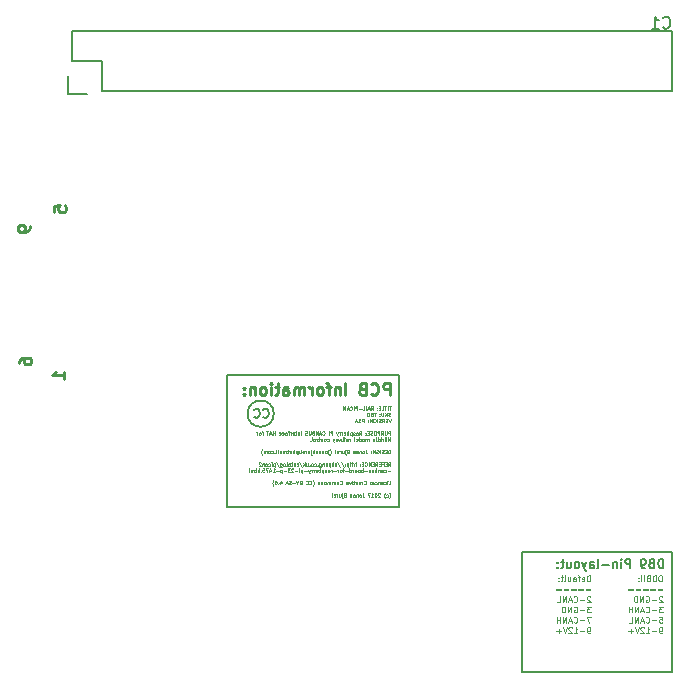
<source format=gbo>
G04 #@! TF.FileFunction,Legend,Bot*
%FSLAX46Y46*%
G04 Gerber Fmt 4.6, Leading zero omitted, Abs format (unit mm)*
G04 Created by KiCad (PCBNEW 4.0.5) date 01/25/17 19:42:48*
%MOMM*%
%LPD*%
G01*
G04 APERTURE LIST*
%ADD10C,0.200000*%
%ADD11C,0.250000*%
%ADD12C,0.187500*%
%ADD13C,0.075000*%
%ADD14C,0.125000*%
%ADD15C,0.150000*%
G04 APERTURE END LIST*
D10*
X75184000Y-62166500D02*
X62420500Y-62166500D01*
X75184000Y-72326500D02*
X75184000Y-62166500D01*
X62420500Y-72326500D02*
X75184000Y-72326500D01*
X62420500Y-62103000D02*
X62420500Y-72326500D01*
D11*
X20772381Y-34544024D02*
X20772381Y-34734500D01*
X20724762Y-34829739D01*
X20677143Y-34877358D01*
X20534286Y-34972596D01*
X20343810Y-35020215D01*
X19962857Y-35020215D01*
X19867619Y-34972596D01*
X19820000Y-34924977D01*
X19772381Y-34829739D01*
X19772381Y-34639262D01*
X19820000Y-34544024D01*
X19867619Y-34496405D01*
X19962857Y-34448786D01*
X20200952Y-34448786D01*
X20296190Y-34496405D01*
X20343810Y-34544024D01*
X20391429Y-34639262D01*
X20391429Y-34829739D01*
X20343810Y-34924977D01*
X20296190Y-34972596D01*
X20200952Y-35020215D01*
X22820381Y-33321596D02*
X22820381Y-32845405D01*
X23296571Y-32797786D01*
X23248952Y-32845405D01*
X23201333Y-32940643D01*
X23201333Y-33178739D01*
X23248952Y-33273977D01*
X23296571Y-33321596D01*
X23391810Y-33369215D01*
X23629905Y-33369215D01*
X23725143Y-33321596D01*
X23772762Y-33273977D01*
X23820381Y-33178739D01*
X23820381Y-32940643D01*
X23772762Y-32845405D01*
X23725143Y-32797786D01*
X19899381Y-46164477D02*
X19899381Y-45974000D01*
X19947000Y-45878762D01*
X19994619Y-45831143D01*
X20137476Y-45735905D01*
X20327952Y-45688286D01*
X20708905Y-45688286D01*
X20804143Y-45735905D01*
X20851762Y-45783524D01*
X20899381Y-45878762D01*
X20899381Y-46069239D01*
X20851762Y-46164477D01*
X20804143Y-46212096D01*
X20708905Y-46259715D01*
X20470810Y-46259715D01*
X20375571Y-46212096D01*
X20327952Y-46164477D01*
X20280333Y-46069239D01*
X20280333Y-45878762D01*
X20327952Y-45783524D01*
X20375571Y-45735905D01*
X20470810Y-45688286D01*
X23693381Y-47466215D02*
X23693381Y-46894786D01*
X23693381Y-47180500D02*
X22693381Y-47180500D01*
X22836238Y-47085262D01*
X22931476Y-46990024D01*
X22979095Y-46894786D01*
D12*
X40528857Y-50686857D02*
X40564571Y-50722571D01*
X40671714Y-50758286D01*
X40743143Y-50758286D01*
X40850286Y-50722571D01*
X40921714Y-50651143D01*
X40957429Y-50579714D01*
X40993143Y-50436857D01*
X40993143Y-50329714D01*
X40957429Y-50186857D01*
X40921714Y-50115429D01*
X40850286Y-50044000D01*
X40743143Y-50008286D01*
X40671714Y-50008286D01*
X40564571Y-50044000D01*
X40528857Y-50079714D01*
X39778857Y-50686857D02*
X39814571Y-50722571D01*
X39921714Y-50758286D01*
X39993143Y-50758286D01*
X40100286Y-50722571D01*
X40171714Y-50651143D01*
X40207429Y-50579714D01*
X40243143Y-50436857D01*
X40243143Y-50329714D01*
X40207429Y-50186857D01*
X40171714Y-50115429D01*
X40100286Y-50044000D01*
X39993143Y-50008286D01*
X39921714Y-50008286D01*
X39814571Y-50044000D01*
X39778857Y-50079714D01*
D10*
X41433296Y-50419000D02*
G75*
G03X41433296Y-50419000I-1110796J0D01*
G01*
D13*
X51342929Y-49809714D02*
X51171500Y-49809714D01*
X51257214Y-50109714D02*
X51257214Y-49809714D01*
X51071500Y-50109714D02*
X51071500Y-49809714D01*
X50971501Y-49809714D02*
X50800072Y-49809714D01*
X50885786Y-50109714D02*
X50885786Y-49809714D01*
X50557215Y-50109714D02*
X50700072Y-50109714D01*
X50700072Y-49809714D01*
X50457215Y-49952571D02*
X50357215Y-49952571D01*
X50314358Y-50109714D02*
X50457215Y-50109714D01*
X50457215Y-49809714D01*
X50314358Y-49809714D01*
X50185786Y-50081143D02*
X50171501Y-50095429D01*
X50185786Y-50109714D01*
X50200072Y-50095429D01*
X50185786Y-50081143D01*
X50185786Y-50109714D01*
X50185786Y-49924000D02*
X50171501Y-49938286D01*
X50185786Y-49952571D01*
X50200072Y-49938286D01*
X50185786Y-49924000D01*
X50185786Y-49952571D01*
X49642930Y-50109714D02*
X49742930Y-49966857D01*
X49814358Y-50109714D02*
X49814358Y-49809714D01*
X49700073Y-49809714D01*
X49671501Y-49824000D01*
X49657216Y-49838286D01*
X49642930Y-49866857D01*
X49642930Y-49909714D01*
X49657216Y-49938286D01*
X49671501Y-49952571D01*
X49700073Y-49966857D01*
X49814358Y-49966857D01*
X49528644Y-50024000D02*
X49385787Y-50024000D01*
X49557216Y-50109714D02*
X49457216Y-49809714D01*
X49357216Y-50109714D01*
X49257215Y-50109714D02*
X49257215Y-49809714D01*
X48971501Y-50109714D02*
X49114358Y-50109714D01*
X49114358Y-49809714D01*
X48871501Y-49995429D02*
X48642930Y-49995429D01*
X48500072Y-50109714D02*
X48500072Y-49809714D01*
X48385787Y-49809714D01*
X48357215Y-49824000D01*
X48342930Y-49838286D01*
X48328644Y-49866857D01*
X48328644Y-49909714D01*
X48342930Y-49938286D01*
X48357215Y-49952571D01*
X48385787Y-49966857D01*
X48500072Y-49966857D01*
X48200072Y-50109714D02*
X48200072Y-49809714D01*
X47885787Y-50081143D02*
X47900073Y-50095429D01*
X47942930Y-50109714D01*
X47971501Y-50109714D01*
X48014358Y-50095429D01*
X48042930Y-50066857D01*
X48057215Y-50038286D01*
X48071501Y-49981143D01*
X48071501Y-49938286D01*
X48057215Y-49881143D01*
X48042930Y-49852571D01*
X48014358Y-49824000D01*
X47971501Y-49809714D01*
X47942930Y-49809714D01*
X47900073Y-49824000D01*
X47885787Y-49838286D01*
X47771501Y-50024000D02*
X47628644Y-50024000D01*
X47800073Y-50109714D02*
X47700073Y-49809714D01*
X47600073Y-50109714D01*
X47500072Y-50109714D02*
X47500072Y-49809714D01*
X47328644Y-50109714D01*
X47328644Y-49809714D01*
X51314357Y-50620429D02*
X51271500Y-50634714D01*
X51200071Y-50634714D01*
X51171500Y-50620429D01*
X51157214Y-50606143D01*
X51142929Y-50577571D01*
X51142929Y-50549000D01*
X51157214Y-50520429D01*
X51171500Y-50506143D01*
X51200071Y-50491857D01*
X51257214Y-50477571D01*
X51285786Y-50463286D01*
X51300071Y-50449000D01*
X51314357Y-50420429D01*
X51314357Y-50391857D01*
X51300071Y-50363286D01*
X51285786Y-50349000D01*
X51257214Y-50334714D01*
X51185786Y-50334714D01*
X51142929Y-50349000D01*
X51014357Y-50634714D02*
X51014357Y-50334714D01*
X50842929Y-50634714D02*
X50971500Y-50463286D01*
X50842929Y-50334714D02*
X51014357Y-50506143D01*
X50714357Y-50334714D02*
X50714357Y-50577571D01*
X50700072Y-50606143D01*
X50685786Y-50620429D01*
X50657215Y-50634714D01*
X50600072Y-50634714D01*
X50571500Y-50620429D01*
X50557215Y-50606143D01*
X50542929Y-50577571D01*
X50542929Y-50334714D01*
X50400071Y-50606143D02*
X50385786Y-50620429D01*
X50400071Y-50634714D01*
X50414357Y-50620429D01*
X50400071Y-50606143D01*
X50400071Y-50634714D01*
X50400071Y-50449000D02*
X50385786Y-50463286D01*
X50400071Y-50477571D01*
X50414357Y-50463286D01*
X50400071Y-50449000D01*
X50400071Y-50477571D01*
X50071501Y-50334714D02*
X49900072Y-50334714D01*
X49985786Y-50634714D02*
X49985786Y-50334714D01*
X49700072Y-50477571D02*
X49657215Y-50491857D01*
X49642930Y-50506143D01*
X49628644Y-50534714D01*
X49628644Y-50577571D01*
X49642930Y-50606143D01*
X49657215Y-50620429D01*
X49685787Y-50634714D01*
X49800072Y-50634714D01*
X49800072Y-50334714D01*
X49700072Y-50334714D01*
X49671501Y-50349000D01*
X49657215Y-50363286D01*
X49642930Y-50391857D01*
X49642930Y-50420429D01*
X49657215Y-50449000D01*
X49671501Y-50463286D01*
X49700072Y-50477571D01*
X49800072Y-50477571D01*
X49500072Y-50634714D02*
X49500072Y-50334714D01*
X49428644Y-50334714D01*
X49385787Y-50349000D01*
X49357215Y-50377571D01*
X49342930Y-50406143D01*
X49328644Y-50463286D01*
X49328644Y-50506143D01*
X49342930Y-50563286D01*
X49357215Y-50591857D01*
X49385787Y-50620429D01*
X49428644Y-50634714D01*
X49500072Y-50634714D01*
X51342929Y-50859714D02*
X51242929Y-51159714D01*
X51142929Y-50859714D01*
X51042928Y-51002571D02*
X50942928Y-51002571D01*
X50900071Y-51159714D02*
X51042928Y-51159714D01*
X51042928Y-50859714D01*
X50900071Y-50859714D01*
X50600071Y-51159714D02*
X50700071Y-51016857D01*
X50771499Y-51159714D02*
X50771499Y-50859714D01*
X50657214Y-50859714D01*
X50628642Y-50874000D01*
X50614357Y-50888286D01*
X50600071Y-50916857D01*
X50600071Y-50959714D01*
X50614357Y-50988286D01*
X50628642Y-51002571D01*
X50657214Y-51016857D01*
X50771499Y-51016857D01*
X50485785Y-51145429D02*
X50442928Y-51159714D01*
X50371499Y-51159714D01*
X50342928Y-51145429D01*
X50328642Y-51131143D01*
X50314357Y-51102571D01*
X50314357Y-51074000D01*
X50328642Y-51045429D01*
X50342928Y-51031143D01*
X50371499Y-51016857D01*
X50428642Y-51002571D01*
X50457214Y-50988286D01*
X50471499Y-50974000D01*
X50485785Y-50945429D01*
X50485785Y-50916857D01*
X50471499Y-50888286D01*
X50457214Y-50874000D01*
X50428642Y-50859714D01*
X50357214Y-50859714D01*
X50314357Y-50874000D01*
X50185785Y-51159714D02*
X50185785Y-50859714D01*
X49985786Y-50859714D02*
X49928643Y-50859714D01*
X49900071Y-50874000D01*
X49871500Y-50902571D01*
X49857214Y-50959714D01*
X49857214Y-51059714D01*
X49871500Y-51116857D01*
X49900071Y-51145429D01*
X49928643Y-51159714D01*
X49985786Y-51159714D01*
X50014357Y-51145429D01*
X50042928Y-51116857D01*
X50057214Y-51059714D01*
X50057214Y-50959714D01*
X50042928Y-50902571D01*
X50014357Y-50874000D01*
X49985786Y-50859714D01*
X49728642Y-51159714D02*
X49728642Y-50859714D01*
X49557214Y-51159714D01*
X49557214Y-50859714D01*
X49414356Y-51131143D02*
X49400071Y-51145429D01*
X49414356Y-51159714D01*
X49428642Y-51145429D01*
X49414356Y-51131143D01*
X49414356Y-51159714D01*
X49414356Y-50974000D02*
X49400071Y-50988286D01*
X49414356Y-51002571D01*
X49428642Y-50988286D01*
X49414356Y-50974000D01*
X49414356Y-51002571D01*
X49042928Y-51159714D02*
X49042928Y-50859714D01*
X48928643Y-50859714D01*
X48900071Y-50874000D01*
X48885786Y-50888286D01*
X48871500Y-50916857D01*
X48871500Y-50959714D01*
X48885786Y-50988286D01*
X48900071Y-51002571D01*
X48928643Y-51016857D01*
X49042928Y-51016857D01*
X48585786Y-51159714D02*
X48757214Y-51159714D01*
X48671500Y-51159714D02*
X48671500Y-50859714D01*
X48700071Y-50902571D01*
X48728643Y-50931143D01*
X48757214Y-50945429D01*
X48471500Y-51074000D02*
X48328643Y-51074000D01*
X48500072Y-51159714D02*
X48400072Y-50859714D01*
X48300072Y-51159714D01*
X51300071Y-52209714D02*
X51300071Y-51909714D01*
X51185786Y-51909714D01*
X51157214Y-51924000D01*
X51142929Y-51938286D01*
X51128643Y-51966857D01*
X51128643Y-52009714D01*
X51142929Y-52038286D01*
X51157214Y-52052571D01*
X51185786Y-52066857D01*
X51300071Y-52066857D01*
X51000071Y-51909714D02*
X51000071Y-52152571D01*
X50985786Y-52181143D01*
X50971500Y-52195429D01*
X50942929Y-52209714D01*
X50885786Y-52209714D01*
X50857214Y-52195429D01*
X50842929Y-52181143D01*
X50828643Y-52152571D01*
X50828643Y-51909714D01*
X50514357Y-52209714D02*
X50614357Y-52066857D01*
X50685785Y-52209714D02*
X50685785Y-51909714D01*
X50571500Y-51909714D01*
X50542928Y-51924000D01*
X50528643Y-51938286D01*
X50514357Y-51966857D01*
X50514357Y-52009714D01*
X50528643Y-52038286D01*
X50542928Y-52052571D01*
X50571500Y-52066857D01*
X50685785Y-52066857D01*
X50385785Y-52209714D02*
X50385785Y-51909714D01*
X50271500Y-51909714D01*
X50242928Y-51924000D01*
X50228643Y-51938286D01*
X50214357Y-51966857D01*
X50214357Y-52009714D01*
X50228643Y-52038286D01*
X50242928Y-52052571D01*
X50271500Y-52066857D01*
X50385785Y-52066857D01*
X50028643Y-51909714D02*
X49971500Y-51909714D01*
X49942928Y-51924000D01*
X49914357Y-51952571D01*
X49900071Y-52009714D01*
X49900071Y-52109714D01*
X49914357Y-52166857D01*
X49942928Y-52195429D01*
X49971500Y-52209714D01*
X50028643Y-52209714D01*
X50057214Y-52195429D01*
X50085785Y-52166857D01*
X50100071Y-52109714D01*
X50100071Y-52009714D01*
X50085785Y-51952571D01*
X50057214Y-51924000D01*
X50028643Y-51909714D01*
X49785785Y-52195429D02*
X49742928Y-52209714D01*
X49671499Y-52209714D01*
X49642928Y-52195429D01*
X49628642Y-52181143D01*
X49614357Y-52152571D01*
X49614357Y-52124000D01*
X49628642Y-52095429D01*
X49642928Y-52081143D01*
X49671499Y-52066857D01*
X49728642Y-52052571D01*
X49757214Y-52038286D01*
X49771499Y-52024000D01*
X49785785Y-51995429D01*
X49785785Y-51966857D01*
X49771499Y-51938286D01*
X49757214Y-51924000D01*
X49728642Y-51909714D01*
X49657214Y-51909714D01*
X49614357Y-51924000D01*
X49485785Y-52052571D02*
X49385785Y-52052571D01*
X49342928Y-52209714D02*
X49485785Y-52209714D01*
X49485785Y-51909714D01*
X49342928Y-51909714D01*
X49214356Y-52181143D02*
X49200071Y-52195429D01*
X49214356Y-52209714D01*
X49228642Y-52195429D01*
X49214356Y-52181143D01*
X49214356Y-52209714D01*
X49214356Y-52024000D02*
X49200071Y-52038286D01*
X49214356Y-52052571D01*
X49228642Y-52038286D01*
X49214356Y-52024000D01*
X49214356Y-52052571D01*
X48671500Y-52209714D02*
X48771500Y-52066857D01*
X48842928Y-52209714D02*
X48842928Y-51909714D01*
X48728643Y-51909714D01*
X48700071Y-51924000D01*
X48685786Y-51938286D01*
X48671500Y-51966857D01*
X48671500Y-52009714D01*
X48685786Y-52038286D01*
X48700071Y-52052571D01*
X48728643Y-52066857D01*
X48842928Y-52066857D01*
X48414357Y-52209714D02*
X48414357Y-52052571D01*
X48428643Y-52024000D01*
X48457214Y-52009714D01*
X48514357Y-52009714D01*
X48542928Y-52024000D01*
X48414357Y-52195429D02*
X48442928Y-52209714D01*
X48514357Y-52209714D01*
X48542928Y-52195429D01*
X48557214Y-52166857D01*
X48557214Y-52138286D01*
X48542928Y-52109714D01*
X48514357Y-52095429D01*
X48442928Y-52095429D01*
X48414357Y-52081143D01*
X48285785Y-52195429D02*
X48257214Y-52209714D01*
X48200071Y-52209714D01*
X48171499Y-52195429D01*
X48157214Y-52166857D01*
X48157214Y-52152571D01*
X48171499Y-52124000D01*
X48200071Y-52109714D01*
X48242928Y-52109714D01*
X48271499Y-52095429D01*
X48285785Y-52066857D01*
X48285785Y-52052571D01*
X48271499Y-52024000D01*
X48242928Y-52009714D01*
X48200071Y-52009714D01*
X48171499Y-52024000D01*
X48028642Y-52009714D02*
X48028642Y-52309714D01*
X48028642Y-52024000D02*
X48000071Y-52009714D01*
X47942928Y-52009714D01*
X47914357Y-52024000D01*
X47900071Y-52038286D01*
X47885785Y-52066857D01*
X47885785Y-52152571D01*
X47900071Y-52181143D01*
X47914357Y-52195429D01*
X47942928Y-52209714D01*
X48000071Y-52209714D01*
X48028642Y-52195429D01*
X47757213Y-52209714D02*
X47757213Y-51909714D01*
X47757213Y-52024000D02*
X47728642Y-52009714D01*
X47671499Y-52009714D01*
X47642928Y-52024000D01*
X47628642Y-52038286D01*
X47614356Y-52066857D01*
X47614356Y-52152571D01*
X47628642Y-52181143D01*
X47642928Y-52195429D01*
X47671499Y-52209714D01*
X47728642Y-52209714D01*
X47757213Y-52195429D01*
X47371499Y-52195429D02*
X47400070Y-52209714D01*
X47457213Y-52209714D01*
X47485784Y-52195429D01*
X47500070Y-52166857D01*
X47500070Y-52052571D01*
X47485784Y-52024000D01*
X47457213Y-52009714D01*
X47400070Y-52009714D01*
X47371499Y-52024000D01*
X47357213Y-52052571D01*
X47357213Y-52081143D01*
X47500070Y-52109714D01*
X47228641Y-52209714D02*
X47228641Y-52009714D01*
X47228641Y-52066857D02*
X47214356Y-52038286D01*
X47200070Y-52024000D01*
X47171499Y-52009714D01*
X47142927Y-52009714D01*
X47042927Y-52209714D02*
X47042927Y-52009714D01*
X47042927Y-52066857D02*
X47028642Y-52038286D01*
X47014356Y-52024000D01*
X46985785Y-52009714D01*
X46957213Y-52009714D01*
X46885785Y-52009714D02*
X46814356Y-52209714D01*
X46742928Y-52009714D02*
X46814356Y-52209714D01*
X46842928Y-52281143D01*
X46857213Y-52295429D01*
X46885785Y-52309714D01*
X46400071Y-52209714D02*
X46400071Y-51909714D01*
X46285786Y-51909714D01*
X46257214Y-51924000D01*
X46242929Y-51938286D01*
X46228643Y-51966857D01*
X46228643Y-52009714D01*
X46242929Y-52038286D01*
X46257214Y-52052571D01*
X46285786Y-52066857D01*
X46400071Y-52066857D01*
X46100071Y-52209714D02*
X46100071Y-51909714D01*
X45557215Y-52181143D02*
X45571501Y-52195429D01*
X45614358Y-52209714D01*
X45642929Y-52209714D01*
X45685786Y-52195429D01*
X45714358Y-52166857D01*
X45728643Y-52138286D01*
X45742929Y-52081143D01*
X45742929Y-52038286D01*
X45728643Y-51981143D01*
X45714358Y-51952571D01*
X45685786Y-51924000D01*
X45642929Y-51909714D01*
X45614358Y-51909714D01*
X45571501Y-51924000D01*
X45557215Y-51938286D01*
X45442929Y-52124000D02*
X45300072Y-52124000D01*
X45471501Y-52209714D02*
X45371501Y-51909714D01*
X45271501Y-52209714D01*
X45171500Y-52209714D02*
X45171500Y-51909714D01*
X45000072Y-52209714D01*
X45000072Y-51909714D01*
X44757214Y-52052571D02*
X44714357Y-52066857D01*
X44700072Y-52081143D01*
X44685786Y-52109714D01*
X44685786Y-52152571D01*
X44700072Y-52181143D01*
X44714357Y-52195429D01*
X44742929Y-52209714D01*
X44857214Y-52209714D01*
X44857214Y-51909714D01*
X44757214Y-51909714D01*
X44728643Y-51924000D01*
X44714357Y-51938286D01*
X44700072Y-51966857D01*
X44700072Y-51995429D01*
X44714357Y-52024000D01*
X44728643Y-52038286D01*
X44757214Y-52052571D01*
X44857214Y-52052571D01*
X44557214Y-51909714D02*
X44557214Y-52152571D01*
X44542929Y-52181143D01*
X44528643Y-52195429D01*
X44500072Y-52209714D01*
X44442929Y-52209714D01*
X44414357Y-52195429D01*
X44400072Y-52181143D01*
X44385786Y-52152571D01*
X44385786Y-51909714D01*
X44257214Y-52195429D02*
X44214357Y-52209714D01*
X44142928Y-52209714D01*
X44114357Y-52195429D01*
X44100071Y-52181143D01*
X44085786Y-52152571D01*
X44085786Y-52124000D01*
X44100071Y-52095429D01*
X44114357Y-52081143D01*
X44142928Y-52066857D01*
X44200071Y-52052571D01*
X44228643Y-52038286D01*
X44242928Y-52024000D01*
X44257214Y-51995429D01*
X44257214Y-51966857D01*
X44242928Y-51938286D01*
X44228643Y-51924000D01*
X44200071Y-51909714D01*
X44128643Y-51909714D01*
X44085786Y-51924000D01*
X43728643Y-52209714D02*
X43728643Y-52009714D01*
X43728643Y-51909714D02*
X43742929Y-51924000D01*
X43728643Y-51938286D01*
X43714358Y-51924000D01*
X43728643Y-51909714D01*
X43728643Y-51938286D01*
X43585786Y-52009714D02*
X43585786Y-52209714D01*
X43585786Y-52038286D02*
X43571501Y-52024000D01*
X43542929Y-52009714D01*
X43500072Y-52009714D01*
X43471501Y-52024000D01*
X43457215Y-52052571D01*
X43457215Y-52209714D01*
X43357215Y-52009714D02*
X43242929Y-52009714D01*
X43314357Y-51909714D02*
X43314357Y-52166857D01*
X43300072Y-52195429D01*
X43271500Y-52209714D01*
X43242929Y-52209714D01*
X43028643Y-52195429D02*
X43057214Y-52209714D01*
X43114357Y-52209714D01*
X43142928Y-52195429D01*
X43157214Y-52166857D01*
X43157214Y-52052571D01*
X43142928Y-52024000D01*
X43114357Y-52009714D01*
X43057214Y-52009714D01*
X43028643Y-52024000D01*
X43014357Y-52052571D01*
X43014357Y-52081143D01*
X43157214Y-52109714D01*
X42885785Y-52209714D02*
X42885785Y-52009714D01*
X42885785Y-52066857D02*
X42871500Y-52038286D01*
X42857214Y-52024000D01*
X42828643Y-52009714D01*
X42800071Y-52009714D01*
X42742929Y-52009714D02*
X42628643Y-52009714D01*
X42700071Y-52209714D02*
X42700071Y-51952571D01*
X42685786Y-51924000D01*
X42657214Y-51909714D01*
X42628643Y-51909714D01*
X42400071Y-52209714D02*
X42400071Y-52052571D01*
X42414357Y-52024000D01*
X42442928Y-52009714D01*
X42500071Y-52009714D01*
X42528642Y-52024000D01*
X42400071Y-52195429D02*
X42428642Y-52209714D01*
X42500071Y-52209714D01*
X42528642Y-52195429D01*
X42542928Y-52166857D01*
X42542928Y-52138286D01*
X42528642Y-52109714D01*
X42500071Y-52095429D01*
X42428642Y-52095429D01*
X42400071Y-52081143D01*
X42128642Y-52195429D02*
X42157213Y-52209714D01*
X42214356Y-52209714D01*
X42242928Y-52195429D01*
X42257213Y-52181143D01*
X42271499Y-52152571D01*
X42271499Y-52066857D01*
X42257213Y-52038286D01*
X42242928Y-52024000D01*
X42214356Y-52009714D01*
X42157213Y-52009714D01*
X42128642Y-52024000D01*
X41885785Y-52195429D02*
X41914356Y-52209714D01*
X41971499Y-52209714D01*
X42000070Y-52195429D01*
X42014356Y-52166857D01*
X42014356Y-52052571D01*
X42000070Y-52024000D01*
X41971499Y-52009714D01*
X41914356Y-52009714D01*
X41885785Y-52024000D01*
X41871499Y-52052571D01*
X41871499Y-52081143D01*
X42014356Y-52109714D01*
X41514356Y-52209714D02*
X41514356Y-51909714D01*
X41514356Y-52052571D02*
X41342928Y-52052571D01*
X41342928Y-52209714D02*
X41342928Y-51909714D01*
X41214356Y-52124000D02*
X41071499Y-52124000D01*
X41242928Y-52209714D02*
X41142928Y-51909714D01*
X41042928Y-52209714D01*
X40985785Y-51909714D02*
X40814356Y-51909714D01*
X40900070Y-52209714D02*
X40900070Y-51909714D01*
X40528643Y-52009714D02*
X40414357Y-52009714D01*
X40485785Y-52209714D02*
X40485785Y-51952571D01*
X40471500Y-51924000D01*
X40442928Y-51909714D01*
X40414357Y-51909714D01*
X40271499Y-52209714D02*
X40300071Y-52195429D01*
X40314356Y-52181143D01*
X40328642Y-52152571D01*
X40328642Y-52066857D01*
X40314356Y-52038286D01*
X40300071Y-52024000D01*
X40271499Y-52009714D01*
X40228642Y-52009714D01*
X40200071Y-52024000D01*
X40185785Y-52038286D01*
X40171499Y-52066857D01*
X40171499Y-52152571D01*
X40185785Y-52181143D01*
X40200071Y-52195429D01*
X40228642Y-52209714D01*
X40271499Y-52209714D01*
X40042927Y-52209714D02*
X40042927Y-52009714D01*
X40042927Y-52066857D02*
X40028642Y-52038286D01*
X40014356Y-52024000D01*
X39985785Y-52009714D01*
X39957213Y-52009714D01*
X51300071Y-52734714D02*
X51300071Y-52434714D01*
X51200071Y-52649000D01*
X51100071Y-52434714D01*
X51100071Y-52734714D01*
X50828643Y-52734714D02*
X50828643Y-52577571D01*
X50842929Y-52549000D01*
X50871500Y-52534714D01*
X50928643Y-52534714D01*
X50957214Y-52549000D01*
X50828643Y-52720429D02*
X50857214Y-52734714D01*
X50928643Y-52734714D01*
X50957214Y-52720429D01*
X50971500Y-52691857D01*
X50971500Y-52663286D01*
X50957214Y-52634714D01*
X50928643Y-52620429D01*
X50857214Y-52620429D01*
X50828643Y-52606143D01*
X50957214Y-52434714D02*
X50942929Y-52449000D01*
X50957214Y-52463286D01*
X50971500Y-52449000D01*
X50957214Y-52434714D01*
X50957214Y-52463286D01*
X50842929Y-52434714D02*
X50828643Y-52449000D01*
X50842929Y-52463286D01*
X50857214Y-52449000D01*
X50842929Y-52434714D01*
X50842929Y-52463286D01*
X50685785Y-52734714D02*
X50685785Y-52534714D01*
X50685785Y-52591857D02*
X50671500Y-52563286D01*
X50657214Y-52549000D01*
X50628643Y-52534714D01*
X50600071Y-52534714D01*
X50500071Y-52734714D02*
X50500071Y-52434714D01*
X50471500Y-52620429D02*
X50385786Y-52734714D01*
X50385786Y-52534714D02*
X50500071Y-52649000D01*
X50214357Y-52734714D02*
X50242929Y-52720429D01*
X50257214Y-52691857D01*
X50257214Y-52434714D01*
X50100071Y-52734714D02*
X50100071Y-52534714D01*
X50100071Y-52434714D02*
X50114357Y-52449000D01*
X50100071Y-52463286D01*
X50085786Y-52449000D01*
X50100071Y-52434714D01*
X50100071Y-52463286D01*
X49957214Y-52534714D02*
X49957214Y-52734714D01*
X49957214Y-52563286D02*
X49942929Y-52549000D01*
X49914357Y-52534714D01*
X49871500Y-52534714D01*
X49842929Y-52549000D01*
X49828643Y-52577571D01*
X49828643Y-52734714D01*
X49457214Y-52734714D02*
X49457214Y-52534714D01*
X49457214Y-52563286D02*
X49442929Y-52549000D01*
X49414357Y-52534714D01*
X49371500Y-52534714D01*
X49342929Y-52549000D01*
X49328643Y-52577571D01*
X49328643Y-52734714D01*
X49328643Y-52577571D02*
X49314357Y-52549000D01*
X49285786Y-52534714D01*
X49242929Y-52534714D01*
X49214357Y-52549000D01*
X49200072Y-52577571D01*
X49200072Y-52734714D01*
X49014357Y-52734714D02*
X49042929Y-52720429D01*
X49057214Y-52706143D01*
X49071500Y-52677571D01*
X49071500Y-52591857D01*
X49057214Y-52563286D01*
X49042929Y-52549000D01*
X49014357Y-52534714D01*
X48971500Y-52534714D01*
X48942929Y-52549000D01*
X48928643Y-52563286D01*
X48914357Y-52591857D01*
X48914357Y-52677571D01*
X48928643Y-52706143D01*
X48942929Y-52720429D01*
X48971500Y-52734714D01*
X49014357Y-52734714D01*
X48657214Y-52734714D02*
X48657214Y-52434714D01*
X48657214Y-52720429D02*
X48685785Y-52734714D01*
X48742928Y-52734714D01*
X48771500Y-52720429D01*
X48785785Y-52706143D01*
X48800071Y-52677571D01*
X48800071Y-52591857D01*
X48785785Y-52563286D01*
X48771500Y-52549000D01*
X48742928Y-52534714D01*
X48685785Y-52534714D01*
X48657214Y-52549000D01*
X48400071Y-52720429D02*
X48428642Y-52734714D01*
X48485785Y-52734714D01*
X48514356Y-52720429D01*
X48528642Y-52691857D01*
X48528642Y-52577571D01*
X48514356Y-52549000D01*
X48485785Y-52534714D01*
X48428642Y-52534714D01*
X48400071Y-52549000D01*
X48385785Y-52577571D01*
X48385785Y-52606143D01*
X48528642Y-52634714D01*
X48214356Y-52734714D02*
X48242928Y-52720429D01*
X48257213Y-52691857D01*
X48257213Y-52434714D01*
X47871499Y-52734714D02*
X47871499Y-52534714D01*
X47871499Y-52591857D02*
X47857214Y-52563286D01*
X47842928Y-52549000D01*
X47814357Y-52534714D01*
X47785785Y-52534714D01*
X47557214Y-52734714D02*
X47557214Y-52577571D01*
X47571500Y-52549000D01*
X47600071Y-52534714D01*
X47657214Y-52534714D01*
X47685785Y-52549000D01*
X47557214Y-52720429D02*
X47585785Y-52734714D01*
X47657214Y-52734714D01*
X47685785Y-52720429D01*
X47700071Y-52691857D01*
X47700071Y-52663286D01*
X47685785Y-52634714D01*
X47657214Y-52620429D01*
X47585785Y-52620429D01*
X47557214Y-52606143D01*
X47414356Y-52734714D02*
X47414356Y-52534714D01*
X47414356Y-52434714D02*
X47428642Y-52449000D01*
X47414356Y-52463286D01*
X47400071Y-52449000D01*
X47414356Y-52434714D01*
X47414356Y-52463286D01*
X47228642Y-52734714D02*
X47257214Y-52720429D01*
X47271499Y-52691857D01*
X47271499Y-52434714D01*
X47142928Y-52534714D02*
X47085785Y-52734714D01*
X47028642Y-52591857D01*
X46971499Y-52734714D01*
X46914356Y-52534714D01*
X46671499Y-52734714D02*
X46671499Y-52577571D01*
X46685785Y-52549000D01*
X46714356Y-52534714D01*
X46771499Y-52534714D01*
X46800070Y-52549000D01*
X46671499Y-52720429D02*
X46700070Y-52734714D01*
X46771499Y-52734714D01*
X46800070Y-52720429D01*
X46814356Y-52691857D01*
X46814356Y-52663286D01*
X46800070Y-52634714D01*
X46771499Y-52620429D01*
X46700070Y-52620429D01*
X46671499Y-52606143D01*
X46557213Y-52534714D02*
X46485784Y-52734714D01*
X46414356Y-52534714D02*
X46485784Y-52734714D01*
X46514356Y-52806143D01*
X46528641Y-52820429D01*
X46557213Y-52834714D01*
X45942928Y-52720429D02*
X45971499Y-52734714D01*
X46028642Y-52734714D01*
X46057214Y-52720429D01*
X46071499Y-52706143D01*
X46085785Y-52677571D01*
X46085785Y-52591857D01*
X46071499Y-52563286D01*
X46057214Y-52549000D01*
X46028642Y-52534714D01*
X45971499Y-52534714D01*
X45942928Y-52549000D01*
X45771499Y-52734714D02*
X45800071Y-52720429D01*
X45814356Y-52706143D01*
X45828642Y-52677571D01*
X45828642Y-52591857D01*
X45814356Y-52563286D01*
X45800071Y-52549000D01*
X45771499Y-52534714D01*
X45728642Y-52534714D01*
X45700071Y-52549000D01*
X45685785Y-52563286D01*
X45671499Y-52591857D01*
X45671499Y-52677571D01*
X45685785Y-52706143D01*
X45700071Y-52720429D01*
X45728642Y-52734714D01*
X45771499Y-52734714D01*
X45542927Y-52534714D02*
X45542927Y-52734714D01*
X45542927Y-52563286D02*
X45528642Y-52549000D01*
X45500070Y-52534714D01*
X45457213Y-52534714D01*
X45428642Y-52549000D01*
X45414356Y-52577571D01*
X45414356Y-52734714D01*
X45314356Y-52534714D02*
X45200070Y-52534714D01*
X45271498Y-52434714D02*
X45271498Y-52691857D01*
X45257213Y-52720429D01*
X45228641Y-52734714D01*
X45200070Y-52734714D01*
X45100069Y-52734714D02*
X45100069Y-52534714D01*
X45100069Y-52591857D02*
X45085784Y-52563286D01*
X45071498Y-52549000D01*
X45042927Y-52534714D01*
X45014355Y-52534714D01*
X44871498Y-52734714D02*
X44900070Y-52720429D01*
X44914355Y-52706143D01*
X44928641Y-52677571D01*
X44928641Y-52591857D01*
X44914355Y-52563286D01*
X44900070Y-52549000D01*
X44871498Y-52534714D01*
X44828641Y-52534714D01*
X44800070Y-52549000D01*
X44785784Y-52563286D01*
X44771498Y-52591857D01*
X44771498Y-52677571D01*
X44785784Y-52706143D01*
X44800070Y-52720429D01*
X44828641Y-52734714D01*
X44871498Y-52734714D01*
X44600069Y-52734714D02*
X44628641Y-52720429D01*
X44642926Y-52691857D01*
X44642926Y-52434714D01*
X44485783Y-52706143D02*
X44471498Y-52720429D01*
X44485783Y-52734714D01*
X44500069Y-52720429D01*
X44485783Y-52706143D01*
X44485783Y-52734714D01*
X51300071Y-53784714D02*
X51300071Y-53484714D01*
X51228643Y-53484714D01*
X51185786Y-53499000D01*
X51157214Y-53527571D01*
X51142929Y-53556143D01*
X51128643Y-53613286D01*
X51128643Y-53656143D01*
X51142929Y-53713286D01*
X51157214Y-53741857D01*
X51185786Y-53770429D01*
X51228643Y-53784714D01*
X51300071Y-53784714D01*
X51000071Y-53627571D02*
X50900071Y-53627571D01*
X50857214Y-53784714D02*
X51000071Y-53784714D01*
X51000071Y-53484714D01*
X50857214Y-53484714D01*
X50742928Y-53770429D02*
X50700071Y-53784714D01*
X50628642Y-53784714D01*
X50600071Y-53770429D01*
X50585785Y-53756143D01*
X50571500Y-53727571D01*
X50571500Y-53699000D01*
X50585785Y-53670429D01*
X50600071Y-53656143D01*
X50628642Y-53641857D01*
X50685785Y-53627571D01*
X50714357Y-53613286D01*
X50728642Y-53599000D01*
X50742928Y-53570429D01*
X50742928Y-53541857D01*
X50728642Y-53513286D01*
X50714357Y-53499000D01*
X50685785Y-53484714D01*
X50614357Y-53484714D01*
X50571500Y-53499000D01*
X50442928Y-53784714D02*
X50442928Y-53484714D01*
X50142929Y-53499000D02*
X50171500Y-53484714D01*
X50214357Y-53484714D01*
X50257214Y-53499000D01*
X50285786Y-53527571D01*
X50300071Y-53556143D01*
X50314357Y-53613286D01*
X50314357Y-53656143D01*
X50300071Y-53713286D01*
X50285786Y-53741857D01*
X50257214Y-53770429D01*
X50214357Y-53784714D01*
X50185786Y-53784714D01*
X50142929Y-53770429D01*
X50128643Y-53756143D01*
X50128643Y-53656143D01*
X50185786Y-53656143D01*
X50000071Y-53784714D02*
X50000071Y-53484714D01*
X49828643Y-53784714D01*
X49828643Y-53484714D01*
X49685785Y-53756143D02*
X49671500Y-53770429D01*
X49685785Y-53784714D01*
X49700071Y-53770429D01*
X49685785Y-53756143D01*
X49685785Y-53784714D01*
X49685785Y-53599000D02*
X49671500Y-53613286D01*
X49685785Y-53627571D01*
X49700071Y-53613286D01*
X49685785Y-53599000D01*
X49685785Y-53627571D01*
X49228643Y-53484714D02*
X49228643Y-53699000D01*
X49242929Y-53741857D01*
X49271500Y-53770429D01*
X49314357Y-53784714D01*
X49342929Y-53784714D01*
X49042929Y-53784714D02*
X49071501Y-53770429D01*
X49085786Y-53756143D01*
X49100072Y-53727571D01*
X49100072Y-53641857D01*
X49085786Y-53613286D01*
X49071501Y-53599000D01*
X49042929Y-53584714D01*
X49000072Y-53584714D01*
X48971501Y-53599000D01*
X48957215Y-53613286D01*
X48942929Y-53641857D01*
X48942929Y-53727571D01*
X48957215Y-53756143D01*
X48971501Y-53770429D01*
X49000072Y-53784714D01*
X49042929Y-53784714D01*
X48814357Y-53584714D02*
X48814357Y-53784714D01*
X48814357Y-53613286D02*
X48800072Y-53599000D01*
X48771500Y-53584714D01*
X48728643Y-53584714D01*
X48700072Y-53599000D01*
X48685786Y-53627571D01*
X48685786Y-53784714D01*
X48414357Y-53784714D02*
X48414357Y-53627571D01*
X48428643Y-53599000D01*
X48457214Y-53584714D01*
X48514357Y-53584714D01*
X48542928Y-53599000D01*
X48414357Y-53770429D02*
X48442928Y-53784714D01*
X48514357Y-53784714D01*
X48542928Y-53770429D01*
X48557214Y-53741857D01*
X48557214Y-53713286D01*
X48542928Y-53684714D01*
X48514357Y-53670429D01*
X48442928Y-53670429D01*
X48414357Y-53656143D01*
X48285785Y-53770429D02*
X48257214Y-53784714D01*
X48200071Y-53784714D01*
X48171499Y-53770429D01*
X48157214Y-53741857D01*
X48157214Y-53727571D01*
X48171499Y-53699000D01*
X48200071Y-53684714D01*
X48242928Y-53684714D01*
X48271499Y-53670429D01*
X48285785Y-53641857D01*
X48285785Y-53627571D01*
X48271499Y-53599000D01*
X48242928Y-53584714D01*
X48200071Y-53584714D01*
X48171499Y-53599000D01*
X47700071Y-53627571D02*
X47657214Y-53641857D01*
X47642929Y-53656143D01*
X47628643Y-53684714D01*
X47628643Y-53727571D01*
X47642929Y-53756143D01*
X47657214Y-53770429D01*
X47685786Y-53784714D01*
X47800071Y-53784714D01*
X47800071Y-53484714D01*
X47700071Y-53484714D01*
X47671500Y-53499000D01*
X47657214Y-53513286D01*
X47642929Y-53541857D01*
X47642929Y-53570429D01*
X47657214Y-53599000D01*
X47671500Y-53613286D01*
X47700071Y-53627571D01*
X47800071Y-53627571D01*
X47500071Y-53584714D02*
X47500071Y-53841857D01*
X47514357Y-53870429D01*
X47542929Y-53884714D01*
X47557214Y-53884714D01*
X47500071Y-53484714D02*
X47514357Y-53499000D01*
X47500071Y-53513286D01*
X47485786Y-53499000D01*
X47500071Y-53484714D01*
X47500071Y-53513286D01*
X47228643Y-53584714D02*
X47228643Y-53784714D01*
X47357214Y-53584714D02*
X47357214Y-53741857D01*
X47342929Y-53770429D01*
X47314357Y-53784714D01*
X47271500Y-53784714D01*
X47242929Y-53770429D01*
X47228643Y-53756143D01*
X47085785Y-53784714D02*
X47085785Y-53584714D01*
X47085785Y-53641857D02*
X47071500Y-53613286D01*
X47057214Y-53599000D01*
X47028643Y-53584714D01*
X47000071Y-53584714D01*
X46785786Y-53770429D02*
X46814357Y-53784714D01*
X46871500Y-53784714D01*
X46900071Y-53770429D01*
X46914357Y-53741857D01*
X46914357Y-53627571D01*
X46900071Y-53599000D01*
X46871500Y-53584714D01*
X46814357Y-53584714D01*
X46785786Y-53599000D01*
X46771500Y-53627571D01*
X46771500Y-53656143D01*
X46914357Y-53684714D01*
X46600071Y-53784714D02*
X46628643Y-53770429D01*
X46642928Y-53741857D01*
X46642928Y-53484714D01*
X46171500Y-53899000D02*
X46185786Y-53884714D01*
X46214357Y-53841857D01*
X46228643Y-53813286D01*
X46242929Y-53770429D01*
X46257214Y-53699000D01*
X46257214Y-53641857D01*
X46242929Y-53570429D01*
X46228643Y-53527571D01*
X46214357Y-53499000D01*
X46185786Y-53456143D01*
X46171500Y-53441857D01*
X46057214Y-53584714D02*
X46057214Y-53841857D01*
X46071500Y-53870429D01*
X46100072Y-53884714D01*
X46114357Y-53884714D01*
X46057214Y-53484714D02*
X46071500Y-53499000D01*
X46057214Y-53513286D01*
X46042929Y-53499000D01*
X46057214Y-53484714D01*
X46057214Y-53513286D01*
X45871500Y-53784714D02*
X45900072Y-53770429D01*
X45914357Y-53756143D01*
X45928643Y-53727571D01*
X45928643Y-53641857D01*
X45914357Y-53613286D01*
X45900072Y-53599000D01*
X45871500Y-53584714D01*
X45828643Y-53584714D01*
X45800072Y-53599000D01*
X45785786Y-53613286D01*
X45771500Y-53641857D01*
X45771500Y-53727571D01*
X45785786Y-53756143D01*
X45800072Y-53770429D01*
X45828643Y-53784714D01*
X45871500Y-53784714D01*
X45642928Y-53584714D02*
X45642928Y-53784714D01*
X45642928Y-53613286D02*
X45628643Y-53599000D01*
X45600071Y-53584714D01*
X45557214Y-53584714D01*
X45528643Y-53599000D01*
X45514357Y-53627571D01*
X45514357Y-53784714D01*
X45242928Y-53784714D02*
X45242928Y-53627571D01*
X45257214Y-53599000D01*
X45285785Y-53584714D01*
X45342928Y-53584714D01*
X45371499Y-53599000D01*
X45242928Y-53770429D02*
X45271499Y-53784714D01*
X45342928Y-53784714D01*
X45371499Y-53770429D01*
X45385785Y-53741857D01*
X45385785Y-53713286D01*
X45371499Y-53684714D01*
X45342928Y-53670429D01*
X45271499Y-53670429D01*
X45242928Y-53656143D01*
X45114356Y-53770429D02*
X45085785Y-53784714D01*
X45028642Y-53784714D01*
X45000070Y-53770429D01*
X44985785Y-53741857D01*
X44985785Y-53727571D01*
X45000070Y-53699000D01*
X45028642Y-53684714D01*
X45071499Y-53684714D01*
X45100070Y-53670429D01*
X45114356Y-53641857D01*
X45114356Y-53627571D01*
X45100070Y-53599000D01*
X45071499Y-53584714D01*
X45028642Y-53584714D01*
X45000070Y-53599000D01*
X44857213Y-53784714D02*
X44857213Y-53484714D01*
X44857213Y-53599000D02*
X44828642Y-53584714D01*
X44771499Y-53584714D01*
X44742928Y-53599000D01*
X44728642Y-53613286D01*
X44714356Y-53641857D01*
X44714356Y-53727571D01*
X44728642Y-53756143D01*
X44742928Y-53770429D01*
X44771499Y-53784714D01*
X44828642Y-53784714D01*
X44857213Y-53770429D01*
X44585784Y-53584714D02*
X44585784Y-53841857D01*
X44600070Y-53870429D01*
X44628642Y-53884714D01*
X44642927Y-53884714D01*
X44585784Y-53484714D02*
X44600070Y-53499000D01*
X44585784Y-53513286D01*
X44571499Y-53499000D01*
X44585784Y-53484714D01*
X44585784Y-53513286D01*
X44314356Y-53584714D02*
X44314356Y-53784714D01*
X44442927Y-53584714D02*
X44442927Y-53741857D01*
X44428642Y-53770429D01*
X44400070Y-53784714D01*
X44357213Y-53784714D01*
X44328642Y-53770429D01*
X44314356Y-53756143D01*
X44171498Y-53784714D02*
X44171498Y-53584714D01*
X44171498Y-53641857D02*
X44157213Y-53613286D01*
X44142927Y-53599000D01*
X44114356Y-53584714D01*
X44085784Y-53584714D01*
X43871499Y-53770429D02*
X43900070Y-53784714D01*
X43957213Y-53784714D01*
X43985784Y-53770429D01*
X44000070Y-53741857D01*
X44000070Y-53627571D01*
X43985784Y-53599000D01*
X43957213Y-53584714D01*
X43900070Y-53584714D01*
X43871499Y-53599000D01*
X43857213Y-53627571D01*
X43857213Y-53656143D01*
X44000070Y-53684714D01*
X43685784Y-53784714D02*
X43714356Y-53770429D01*
X43728641Y-53741857D01*
X43728641Y-53484714D01*
X43385784Y-53641857D02*
X43400070Y-53627571D01*
X43428641Y-53613286D01*
X43457213Y-53613286D01*
X43485784Y-53627571D01*
X43500070Y-53641857D01*
X43514356Y-53670429D01*
X43514356Y-53699000D01*
X43500070Y-53727571D01*
X43485784Y-53741857D01*
X43457213Y-53756143D01*
X43428641Y-53756143D01*
X43400070Y-53741857D01*
X43385784Y-53727571D01*
X43385784Y-53613286D02*
X43385784Y-53727571D01*
X43371498Y-53741857D01*
X43357213Y-53741857D01*
X43328641Y-53727571D01*
X43314356Y-53699000D01*
X43314356Y-53627571D01*
X43342927Y-53584714D01*
X43385784Y-53556143D01*
X43442927Y-53541857D01*
X43500070Y-53556143D01*
X43542927Y-53584714D01*
X43571498Y-53627571D01*
X43585784Y-53684714D01*
X43571498Y-53741857D01*
X43542927Y-53784714D01*
X43500070Y-53813286D01*
X43442927Y-53827571D01*
X43385784Y-53813286D01*
X43342927Y-53784714D01*
X43185784Y-53784714D02*
X43185784Y-53484714D01*
X43057213Y-53784714D02*
X43057213Y-53627571D01*
X43071499Y-53599000D01*
X43100070Y-53584714D01*
X43142927Y-53584714D01*
X43171499Y-53599000D01*
X43185784Y-53613286D01*
X42871498Y-53784714D02*
X42900070Y-53770429D01*
X42914355Y-53756143D01*
X42928641Y-53727571D01*
X42928641Y-53641857D01*
X42914355Y-53613286D01*
X42900070Y-53599000D01*
X42871498Y-53584714D01*
X42828641Y-53584714D01*
X42800070Y-53599000D01*
X42785784Y-53613286D01*
X42771498Y-53641857D01*
X42771498Y-53727571D01*
X42785784Y-53756143D01*
X42800070Y-53770429D01*
X42828641Y-53784714D01*
X42871498Y-53784714D01*
X42685784Y-53584714D02*
X42571498Y-53584714D01*
X42642926Y-53484714D02*
X42642926Y-53741857D01*
X42628641Y-53770429D01*
X42600069Y-53784714D01*
X42571498Y-53784714D01*
X42471497Y-53784714D02*
X42471497Y-53584714D01*
X42471497Y-53613286D02*
X42457212Y-53599000D01*
X42428640Y-53584714D01*
X42385783Y-53584714D01*
X42357212Y-53599000D01*
X42342926Y-53627571D01*
X42342926Y-53784714D01*
X42342926Y-53627571D02*
X42328640Y-53599000D01*
X42300069Y-53584714D01*
X42257212Y-53584714D01*
X42228640Y-53599000D01*
X42214355Y-53627571D01*
X42214355Y-53784714D01*
X41942926Y-53784714D02*
X41942926Y-53627571D01*
X41957212Y-53599000D01*
X41985783Y-53584714D01*
X42042926Y-53584714D01*
X42071497Y-53599000D01*
X41942926Y-53770429D02*
X41971497Y-53784714D01*
X42042926Y-53784714D01*
X42071497Y-53770429D01*
X42085783Y-53741857D01*
X42085783Y-53713286D01*
X42071497Y-53684714D01*
X42042926Y-53670429D01*
X41971497Y-53670429D01*
X41942926Y-53656143D01*
X41800068Y-53784714D02*
X41800068Y-53584714D01*
X41800068Y-53484714D02*
X41814354Y-53499000D01*
X41800068Y-53513286D01*
X41785783Y-53499000D01*
X41800068Y-53484714D01*
X41800068Y-53513286D01*
X41614354Y-53784714D02*
X41642926Y-53770429D01*
X41657211Y-53741857D01*
X41657211Y-53484714D01*
X41500068Y-53756143D02*
X41485783Y-53770429D01*
X41500068Y-53784714D01*
X41514354Y-53770429D01*
X41500068Y-53756143D01*
X41500068Y-53784714D01*
X41228640Y-53770429D02*
X41257211Y-53784714D01*
X41314354Y-53784714D01*
X41342926Y-53770429D01*
X41357211Y-53756143D01*
X41371497Y-53727571D01*
X41371497Y-53641857D01*
X41357211Y-53613286D01*
X41342926Y-53599000D01*
X41314354Y-53584714D01*
X41257211Y-53584714D01*
X41228640Y-53599000D01*
X41057211Y-53784714D02*
X41085783Y-53770429D01*
X41100068Y-53756143D01*
X41114354Y-53727571D01*
X41114354Y-53641857D01*
X41100068Y-53613286D01*
X41085783Y-53599000D01*
X41057211Y-53584714D01*
X41014354Y-53584714D01*
X40985783Y-53599000D01*
X40971497Y-53613286D01*
X40957211Y-53641857D01*
X40957211Y-53727571D01*
X40971497Y-53756143D01*
X40985783Y-53770429D01*
X41014354Y-53784714D01*
X41057211Y-53784714D01*
X40828639Y-53784714D02*
X40828639Y-53584714D01*
X40828639Y-53613286D02*
X40814354Y-53599000D01*
X40785782Y-53584714D01*
X40742925Y-53584714D01*
X40714354Y-53599000D01*
X40700068Y-53627571D01*
X40700068Y-53784714D01*
X40700068Y-53627571D02*
X40685782Y-53599000D01*
X40657211Y-53584714D01*
X40614354Y-53584714D01*
X40585782Y-53599000D01*
X40571497Y-53627571D01*
X40571497Y-53784714D01*
X40457211Y-53899000D02*
X40442925Y-53884714D01*
X40414354Y-53841857D01*
X40400068Y-53813286D01*
X40385782Y-53770429D01*
X40371497Y-53699000D01*
X40371497Y-53641857D01*
X40385782Y-53570429D01*
X40400068Y-53527571D01*
X40414354Y-53499000D01*
X40442925Y-53456143D01*
X40457211Y-53441857D01*
X51128643Y-54834714D02*
X51228643Y-54691857D01*
X51300071Y-54834714D02*
X51300071Y-54534714D01*
X51185786Y-54534714D01*
X51157214Y-54549000D01*
X51142929Y-54563286D01*
X51128643Y-54591857D01*
X51128643Y-54634714D01*
X51142929Y-54663286D01*
X51157214Y-54677571D01*
X51185786Y-54691857D01*
X51300071Y-54691857D01*
X51000071Y-54677571D02*
X50900071Y-54677571D01*
X50857214Y-54834714D02*
X51000071Y-54834714D01*
X51000071Y-54534714D01*
X50857214Y-54534714D01*
X50628642Y-54677571D02*
X50728642Y-54677571D01*
X50728642Y-54834714D02*
X50728642Y-54534714D01*
X50585785Y-54534714D01*
X50471499Y-54677571D02*
X50371499Y-54677571D01*
X50328642Y-54834714D02*
X50471499Y-54834714D01*
X50471499Y-54534714D01*
X50328642Y-54534714D01*
X50028642Y-54834714D02*
X50128642Y-54691857D01*
X50200070Y-54834714D02*
X50200070Y-54534714D01*
X50085785Y-54534714D01*
X50057213Y-54549000D01*
X50042928Y-54563286D01*
X50028642Y-54591857D01*
X50028642Y-54634714D01*
X50042928Y-54663286D01*
X50057213Y-54677571D01*
X50085785Y-54691857D01*
X50200070Y-54691857D01*
X49900070Y-54677571D02*
X49800070Y-54677571D01*
X49757213Y-54834714D02*
X49900070Y-54834714D01*
X49900070Y-54534714D01*
X49757213Y-54534714D01*
X49628641Y-54834714D02*
X49628641Y-54534714D01*
X49457213Y-54834714D01*
X49457213Y-54534714D01*
X49142927Y-54806143D02*
X49157213Y-54820429D01*
X49200070Y-54834714D01*
X49228641Y-54834714D01*
X49271498Y-54820429D01*
X49300070Y-54791857D01*
X49314355Y-54763286D01*
X49328641Y-54706143D01*
X49328641Y-54663286D01*
X49314355Y-54606143D01*
X49300070Y-54577571D01*
X49271498Y-54549000D01*
X49228641Y-54534714D01*
X49200070Y-54534714D01*
X49157213Y-54549000D01*
X49142927Y-54563286D01*
X49014355Y-54677571D02*
X48914355Y-54677571D01*
X48871498Y-54834714D02*
X49014355Y-54834714D01*
X49014355Y-54534714D01*
X48871498Y-54534714D01*
X48742926Y-54806143D02*
X48728641Y-54820429D01*
X48742926Y-54834714D01*
X48757212Y-54820429D01*
X48742926Y-54806143D01*
X48742926Y-54834714D01*
X48742926Y-54649000D02*
X48728641Y-54663286D01*
X48742926Y-54677571D01*
X48757212Y-54663286D01*
X48742926Y-54649000D01*
X48742926Y-54677571D01*
X48371498Y-54834714D02*
X48371498Y-54534714D01*
X48242927Y-54834714D02*
X48242927Y-54677571D01*
X48257213Y-54649000D01*
X48285784Y-54634714D01*
X48328641Y-54634714D01*
X48357213Y-54649000D01*
X48371498Y-54663286D01*
X48142927Y-54634714D02*
X48028641Y-54634714D01*
X48100069Y-54534714D02*
X48100069Y-54791857D01*
X48085784Y-54820429D01*
X48057212Y-54834714D01*
X48028641Y-54834714D01*
X47971498Y-54634714D02*
X47857212Y-54634714D01*
X47928640Y-54534714D02*
X47928640Y-54791857D01*
X47914355Y-54820429D01*
X47885783Y-54834714D01*
X47857212Y-54834714D01*
X47757211Y-54634714D02*
X47757211Y-54934714D01*
X47757211Y-54649000D02*
X47728640Y-54634714D01*
X47671497Y-54634714D01*
X47642926Y-54649000D01*
X47628640Y-54663286D01*
X47614354Y-54691857D01*
X47614354Y-54777571D01*
X47628640Y-54806143D01*
X47642926Y-54820429D01*
X47671497Y-54834714D01*
X47728640Y-54834714D01*
X47757211Y-54820429D01*
X47485782Y-54806143D02*
X47471497Y-54820429D01*
X47485782Y-54834714D01*
X47500068Y-54820429D01*
X47485782Y-54806143D01*
X47485782Y-54834714D01*
X47485782Y-54649000D02*
X47471497Y-54663286D01*
X47485782Y-54677571D01*
X47500068Y-54663286D01*
X47485782Y-54649000D01*
X47485782Y-54677571D01*
X47128640Y-54520429D02*
X47385783Y-54906143D01*
X46814354Y-54520429D02*
X47071497Y-54906143D01*
X46728639Y-54820429D02*
X46700068Y-54834714D01*
X46642925Y-54834714D01*
X46614353Y-54820429D01*
X46600068Y-54791857D01*
X46600068Y-54777571D01*
X46614353Y-54749000D01*
X46642925Y-54734714D01*
X46685782Y-54734714D01*
X46714353Y-54720429D01*
X46728639Y-54691857D01*
X46728639Y-54677571D01*
X46714353Y-54649000D01*
X46685782Y-54634714D01*
X46642925Y-54634714D01*
X46614353Y-54649000D01*
X46471496Y-54834714D02*
X46471496Y-54534714D01*
X46442925Y-54720429D02*
X46357211Y-54834714D01*
X46357211Y-54634714D02*
X46471496Y-54749000D01*
X46228639Y-54634714D02*
X46228639Y-54934714D01*
X46228639Y-54649000D02*
X46200068Y-54634714D01*
X46142925Y-54634714D01*
X46114354Y-54649000D01*
X46100068Y-54663286D01*
X46085782Y-54691857D01*
X46085782Y-54777571D01*
X46100068Y-54806143D01*
X46114354Y-54820429D01*
X46142925Y-54834714D01*
X46200068Y-54834714D01*
X46228639Y-54820429D01*
X45828639Y-54834714D02*
X45828639Y-54677571D01*
X45842925Y-54649000D01*
X45871496Y-54634714D01*
X45928639Y-54634714D01*
X45957210Y-54649000D01*
X45828639Y-54820429D02*
X45857210Y-54834714D01*
X45928639Y-54834714D01*
X45957210Y-54820429D01*
X45971496Y-54791857D01*
X45971496Y-54763286D01*
X45957210Y-54734714D01*
X45928639Y-54720429D01*
X45857210Y-54720429D01*
X45828639Y-54706143D01*
X45685781Y-54634714D02*
X45685781Y-54834714D01*
X45685781Y-54663286D02*
X45671496Y-54649000D01*
X45642924Y-54634714D01*
X45600067Y-54634714D01*
X45571496Y-54649000D01*
X45557210Y-54677571D01*
X45557210Y-54834714D01*
X45285781Y-54634714D02*
X45285781Y-54877571D01*
X45300067Y-54906143D01*
X45314352Y-54920429D01*
X45342924Y-54934714D01*
X45385781Y-54934714D01*
X45414352Y-54920429D01*
X45285781Y-54820429D02*
X45314352Y-54834714D01*
X45371495Y-54834714D01*
X45400067Y-54820429D01*
X45414352Y-54806143D01*
X45428638Y-54777571D01*
X45428638Y-54691857D01*
X45414352Y-54663286D01*
X45400067Y-54649000D01*
X45371495Y-54634714D01*
X45314352Y-54634714D01*
X45285781Y-54649000D01*
X45142923Y-54806143D02*
X45128638Y-54820429D01*
X45142923Y-54834714D01*
X45157209Y-54820429D01*
X45142923Y-54806143D01*
X45142923Y-54834714D01*
X44871495Y-54820429D02*
X44900066Y-54834714D01*
X44957209Y-54834714D01*
X44985781Y-54820429D01*
X45000066Y-54806143D01*
X45014352Y-54777571D01*
X45014352Y-54691857D01*
X45000066Y-54663286D01*
X44985781Y-54649000D01*
X44957209Y-54634714D01*
X44900066Y-54634714D01*
X44871495Y-54649000D01*
X44700066Y-54834714D02*
X44728638Y-54820429D01*
X44742923Y-54806143D01*
X44757209Y-54777571D01*
X44757209Y-54691857D01*
X44742923Y-54663286D01*
X44728638Y-54649000D01*
X44700066Y-54634714D01*
X44657209Y-54634714D01*
X44628638Y-54649000D01*
X44614352Y-54663286D01*
X44600066Y-54691857D01*
X44600066Y-54777571D01*
X44614352Y-54806143D01*
X44628638Y-54820429D01*
X44657209Y-54834714D01*
X44700066Y-54834714D01*
X44471494Y-54806143D02*
X44457209Y-54820429D01*
X44471494Y-54834714D01*
X44485780Y-54820429D01*
X44471494Y-54806143D01*
X44471494Y-54834714D01*
X44200066Y-54634714D02*
X44200066Y-54834714D01*
X44328637Y-54634714D02*
X44328637Y-54791857D01*
X44314352Y-54820429D01*
X44285780Y-54834714D01*
X44242923Y-54834714D01*
X44214352Y-54820429D01*
X44200066Y-54806143D01*
X44057208Y-54834714D02*
X44057208Y-54534714D01*
X44028637Y-54720429D02*
X43942923Y-54834714D01*
X43942923Y-54634714D02*
X44057208Y-54749000D01*
X43600066Y-54520429D02*
X43857209Y-54906143D01*
X43371494Y-54820429D02*
X43400065Y-54834714D01*
X43457208Y-54834714D01*
X43485780Y-54820429D01*
X43500065Y-54806143D01*
X43514351Y-54777571D01*
X43514351Y-54691857D01*
X43500065Y-54663286D01*
X43485780Y-54649000D01*
X43457208Y-54634714D01*
X43400065Y-54634714D01*
X43371494Y-54649000D01*
X43114351Y-54834714D02*
X43114351Y-54677571D01*
X43128637Y-54649000D01*
X43157208Y-54634714D01*
X43214351Y-54634714D01*
X43242922Y-54649000D01*
X43114351Y-54820429D02*
X43142922Y-54834714D01*
X43214351Y-54834714D01*
X43242922Y-54820429D01*
X43257208Y-54791857D01*
X43257208Y-54763286D01*
X43242922Y-54734714D01*
X43214351Y-54720429D01*
X43142922Y-54720429D01*
X43114351Y-54706143D01*
X43014351Y-54634714D02*
X42900065Y-54634714D01*
X42971493Y-54534714D02*
X42971493Y-54791857D01*
X42957208Y-54820429D01*
X42928636Y-54834714D01*
X42900065Y-54834714D01*
X42671493Y-54834714D02*
X42671493Y-54677571D01*
X42685779Y-54649000D01*
X42714350Y-54634714D01*
X42771493Y-54634714D01*
X42800064Y-54649000D01*
X42671493Y-54820429D02*
X42700064Y-54834714D01*
X42771493Y-54834714D01*
X42800064Y-54820429D01*
X42814350Y-54791857D01*
X42814350Y-54763286D01*
X42800064Y-54734714D01*
X42771493Y-54720429D01*
X42700064Y-54720429D01*
X42671493Y-54706143D01*
X42485778Y-54834714D02*
X42514350Y-54820429D01*
X42528635Y-54791857D01*
X42528635Y-54534714D01*
X42328635Y-54834714D02*
X42357207Y-54820429D01*
X42371492Y-54806143D01*
X42385778Y-54777571D01*
X42385778Y-54691857D01*
X42371492Y-54663286D01*
X42357207Y-54649000D01*
X42328635Y-54634714D01*
X42285778Y-54634714D01*
X42257207Y-54649000D01*
X42242921Y-54663286D01*
X42228635Y-54691857D01*
X42228635Y-54777571D01*
X42242921Y-54806143D01*
X42257207Y-54820429D01*
X42285778Y-54834714D01*
X42328635Y-54834714D01*
X41971492Y-54634714D02*
X41971492Y-54877571D01*
X41985778Y-54906143D01*
X42000063Y-54920429D01*
X42028635Y-54934714D01*
X42071492Y-54934714D01*
X42100063Y-54920429D01*
X41971492Y-54820429D02*
X42000063Y-54834714D01*
X42057206Y-54834714D01*
X42085778Y-54820429D01*
X42100063Y-54806143D01*
X42114349Y-54777571D01*
X42114349Y-54691857D01*
X42100063Y-54663286D01*
X42085778Y-54649000D01*
X42057206Y-54634714D01*
X42000063Y-54634714D01*
X41971492Y-54649000D01*
X41614349Y-54520429D02*
X41871492Y-54906143D01*
X41514348Y-54634714D02*
X41514348Y-54934714D01*
X41514348Y-54649000D02*
X41485777Y-54634714D01*
X41428634Y-54634714D01*
X41400063Y-54649000D01*
X41385777Y-54663286D01*
X41371491Y-54691857D01*
X41371491Y-54777571D01*
X41385777Y-54806143D01*
X41400063Y-54820429D01*
X41428634Y-54834714D01*
X41485777Y-54834714D01*
X41514348Y-54820429D01*
X41242919Y-54834714D02*
X41242919Y-54634714D01*
X41242919Y-54534714D02*
X41257205Y-54549000D01*
X41242919Y-54563286D01*
X41228634Y-54549000D01*
X41242919Y-54534714D01*
X41242919Y-54563286D01*
X40971491Y-54820429D02*
X41000062Y-54834714D01*
X41057205Y-54834714D01*
X41085777Y-54820429D01*
X41100062Y-54806143D01*
X41114348Y-54777571D01*
X41114348Y-54691857D01*
X41100062Y-54663286D01*
X41085777Y-54649000D01*
X41057205Y-54634714D01*
X41000062Y-54634714D01*
X40971491Y-54649000D01*
X40714348Y-54834714D02*
X40714348Y-54677571D01*
X40728634Y-54649000D01*
X40757205Y-54634714D01*
X40814348Y-54634714D01*
X40842919Y-54649000D01*
X40714348Y-54820429D02*
X40742919Y-54834714D01*
X40814348Y-54834714D01*
X40842919Y-54820429D01*
X40857205Y-54791857D01*
X40857205Y-54763286D01*
X40842919Y-54734714D01*
X40814348Y-54720429D01*
X40742919Y-54720429D01*
X40714348Y-54706143D01*
X40571490Y-54634714D02*
X40571490Y-54834714D01*
X40571490Y-54663286D02*
X40557205Y-54649000D01*
X40528633Y-54634714D01*
X40485776Y-54634714D01*
X40457205Y-54649000D01*
X40442919Y-54677571D01*
X40442919Y-54834714D01*
X40314347Y-54563286D02*
X40300061Y-54549000D01*
X40271490Y-54534714D01*
X40200061Y-54534714D01*
X40171490Y-54549000D01*
X40157204Y-54563286D01*
X40142919Y-54591857D01*
X40142919Y-54620429D01*
X40157204Y-54663286D01*
X40328633Y-54834714D01*
X40142919Y-54834714D01*
X51300071Y-55245429D02*
X51071500Y-55245429D01*
X50800071Y-55345429D02*
X50828642Y-55359714D01*
X50885785Y-55359714D01*
X50914357Y-55345429D01*
X50928642Y-55331143D01*
X50942928Y-55302571D01*
X50942928Y-55216857D01*
X50928642Y-55188286D01*
X50914357Y-55174000D01*
X50885785Y-55159714D01*
X50828642Y-55159714D01*
X50800071Y-55174000D01*
X50542928Y-55359714D02*
X50542928Y-55202571D01*
X50557214Y-55174000D01*
X50585785Y-55159714D01*
X50642928Y-55159714D01*
X50671499Y-55174000D01*
X50542928Y-55345429D02*
X50571499Y-55359714D01*
X50642928Y-55359714D01*
X50671499Y-55345429D01*
X50685785Y-55316857D01*
X50685785Y-55288286D01*
X50671499Y-55259714D01*
X50642928Y-55245429D01*
X50571499Y-55245429D01*
X50542928Y-55231143D01*
X50400070Y-55159714D02*
X50400070Y-55359714D01*
X50400070Y-55188286D02*
X50385785Y-55174000D01*
X50357213Y-55159714D01*
X50314356Y-55159714D01*
X50285785Y-55174000D01*
X50271499Y-55202571D01*
X50271499Y-55359714D01*
X50128641Y-55359714D02*
X50128641Y-55059714D01*
X50128641Y-55174000D02*
X50100070Y-55159714D01*
X50042927Y-55159714D01*
X50014356Y-55174000D01*
X50000070Y-55188286D01*
X49985784Y-55216857D01*
X49985784Y-55302571D01*
X50000070Y-55331143D01*
X50014356Y-55345429D01*
X50042927Y-55359714D01*
X50100070Y-55359714D01*
X50128641Y-55345429D01*
X49728641Y-55159714D02*
X49728641Y-55359714D01*
X49857212Y-55159714D02*
X49857212Y-55316857D01*
X49842927Y-55345429D01*
X49814355Y-55359714D01*
X49771498Y-55359714D01*
X49742927Y-55345429D01*
X49728641Y-55331143D01*
X49600069Y-55345429D02*
X49571498Y-55359714D01*
X49514355Y-55359714D01*
X49485783Y-55345429D01*
X49471498Y-55316857D01*
X49471498Y-55302571D01*
X49485783Y-55274000D01*
X49514355Y-55259714D01*
X49557212Y-55259714D01*
X49585783Y-55245429D01*
X49600069Y-55216857D01*
X49600069Y-55202571D01*
X49585783Y-55174000D01*
X49557212Y-55159714D01*
X49514355Y-55159714D01*
X49485783Y-55174000D01*
X49342926Y-55245429D02*
X49114355Y-55245429D01*
X48971497Y-55359714D02*
X48971497Y-55059714D01*
X48971497Y-55174000D02*
X48942926Y-55159714D01*
X48885783Y-55159714D01*
X48857212Y-55174000D01*
X48842926Y-55188286D01*
X48828640Y-55216857D01*
X48828640Y-55302571D01*
X48842926Y-55331143D01*
X48857212Y-55345429D01*
X48885783Y-55359714D01*
X48942926Y-55359714D01*
X48971497Y-55345429D01*
X48657211Y-55359714D02*
X48685783Y-55345429D01*
X48700068Y-55331143D01*
X48714354Y-55302571D01*
X48714354Y-55216857D01*
X48700068Y-55188286D01*
X48685783Y-55174000D01*
X48657211Y-55159714D01*
X48614354Y-55159714D01*
X48585783Y-55174000D01*
X48571497Y-55188286D01*
X48557211Y-55216857D01*
X48557211Y-55302571D01*
X48571497Y-55331143D01*
X48585783Y-55345429D01*
X48614354Y-55359714D01*
X48657211Y-55359714D01*
X48300068Y-55359714D02*
X48300068Y-55202571D01*
X48314354Y-55174000D01*
X48342925Y-55159714D01*
X48400068Y-55159714D01*
X48428639Y-55174000D01*
X48300068Y-55345429D02*
X48328639Y-55359714D01*
X48400068Y-55359714D01*
X48428639Y-55345429D01*
X48442925Y-55316857D01*
X48442925Y-55288286D01*
X48428639Y-55259714D01*
X48400068Y-55245429D01*
X48328639Y-55245429D01*
X48300068Y-55231143D01*
X48157210Y-55359714D02*
X48157210Y-55159714D01*
X48157210Y-55216857D02*
X48142925Y-55188286D01*
X48128639Y-55174000D01*
X48100068Y-55159714D01*
X48071496Y-55159714D01*
X47842925Y-55359714D02*
X47842925Y-55059714D01*
X47842925Y-55345429D02*
X47871496Y-55359714D01*
X47928639Y-55359714D01*
X47957211Y-55345429D01*
X47971496Y-55331143D01*
X47985782Y-55302571D01*
X47985782Y-55216857D01*
X47971496Y-55188286D01*
X47957211Y-55174000D01*
X47928639Y-55159714D01*
X47871496Y-55159714D01*
X47842925Y-55174000D01*
X47700067Y-55245429D02*
X47471496Y-55245429D01*
X47371496Y-55159714D02*
X47257210Y-55159714D01*
X47328638Y-55359714D02*
X47328638Y-55102571D01*
X47314353Y-55074000D01*
X47285781Y-55059714D01*
X47257210Y-55059714D01*
X47114352Y-55359714D02*
X47142924Y-55345429D01*
X47157209Y-55331143D01*
X47171495Y-55302571D01*
X47171495Y-55216857D01*
X47157209Y-55188286D01*
X47142924Y-55174000D01*
X47114352Y-55159714D01*
X47071495Y-55159714D01*
X47042924Y-55174000D01*
X47028638Y-55188286D01*
X47014352Y-55216857D01*
X47014352Y-55302571D01*
X47028638Y-55331143D01*
X47042924Y-55345429D01*
X47071495Y-55359714D01*
X47114352Y-55359714D01*
X46885780Y-55359714D02*
X46885780Y-55159714D01*
X46885780Y-55216857D02*
X46871495Y-55188286D01*
X46857209Y-55174000D01*
X46828638Y-55159714D01*
X46800066Y-55159714D01*
X46700066Y-55245429D02*
X46471495Y-55245429D01*
X46328637Y-55359714D02*
X46328637Y-55159714D01*
X46328637Y-55216857D02*
X46314352Y-55188286D01*
X46300066Y-55174000D01*
X46271495Y-55159714D01*
X46242923Y-55159714D01*
X46014352Y-55359714D02*
X46014352Y-55202571D01*
X46028638Y-55174000D01*
X46057209Y-55159714D01*
X46114352Y-55159714D01*
X46142923Y-55174000D01*
X46014352Y-55345429D02*
X46042923Y-55359714D01*
X46114352Y-55359714D01*
X46142923Y-55345429D01*
X46157209Y-55316857D01*
X46157209Y-55288286D01*
X46142923Y-55259714D01*
X46114352Y-55245429D01*
X46042923Y-55245429D01*
X46014352Y-55231143D01*
X45885780Y-55345429D02*
X45857209Y-55359714D01*
X45800066Y-55359714D01*
X45771494Y-55345429D01*
X45757209Y-55316857D01*
X45757209Y-55302571D01*
X45771494Y-55274000D01*
X45800066Y-55259714D01*
X45842923Y-55259714D01*
X45871494Y-55245429D01*
X45885780Y-55216857D01*
X45885780Y-55202571D01*
X45871494Y-55174000D01*
X45842923Y-55159714D01*
X45800066Y-55159714D01*
X45771494Y-55174000D01*
X45628637Y-55159714D02*
X45628637Y-55459714D01*
X45628637Y-55174000D02*
X45600066Y-55159714D01*
X45542923Y-55159714D01*
X45514352Y-55174000D01*
X45500066Y-55188286D01*
X45485780Y-55216857D01*
X45485780Y-55302571D01*
X45500066Y-55331143D01*
X45514352Y-55345429D01*
X45542923Y-55359714D01*
X45600066Y-55359714D01*
X45628637Y-55345429D01*
X45357208Y-55359714D02*
X45357208Y-55059714D01*
X45357208Y-55174000D02*
X45328637Y-55159714D01*
X45271494Y-55159714D01*
X45242923Y-55174000D01*
X45228637Y-55188286D01*
X45214351Y-55216857D01*
X45214351Y-55302571D01*
X45228637Y-55331143D01*
X45242923Y-55345429D01*
X45271494Y-55359714D01*
X45328637Y-55359714D01*
X45357208Y-55345429D01*
X44971494Y-55345429D02*
X45000065Y-55359714D01*
X45057208Y-55359714D01*
X45085779Y-55345429D01*
X45100065Y-55316857D01*
X45100065Y-55202571D01*
X45085779Y-55174000D01*
X45057208Y-55159714D01*
X45000065Y-55159714D01*
X44971494Y-55174000D01*
X44957208Y-55202571D01*
X44957208Y-55231143D01*
X45100065Y-55259714D01*
X44828636Y-55359714D02*
X44828636Y-55159714D01*
X44828636Y-55216857D02*
X44814351Y-55188286D01*
X44800065Y-55174000D01*
X44771494Y-55159714D01*
X44742922Y-55159714D01*
X44642922Y-55359714D02*
X44642922Y-55159714D01*
X44642922Y-55216857D02*
X44628637Y-55188286D01*
X44614351Y-55174000D01*
X44585780Y-55159714D01*
X44557208Y-55159714D01*
X44485780Y-55159714D02*
X44414351Y-55359714D01*
X44342923Y-55159714D02*
X44414351Y-55359714D01*
X44442923Y-55431143D01*
X44457208Y-55445429D01*
X44485780Y-55459714D01*
X44228637Y-55245429D02*
X44000066Y-55245429D01*
X43857208Y-55159714D02*
X43857208Y-55459714D01*
X43857208Y-55174000D02*
X43828637Y-55159714D01*
X43771494Y-55159714D01*
X43742923Y-55174000D01*
X43728637Y-55188286D01*
X43714351Y-55216857D01*
X43714351Y-55302571D01*
X43728637Y-55331143D01*
X43742923Y-55345429D01*
X43771494Y-55359714D01*
X43828637Y-55359714D01*
X43857208Y-55345429D01*
X43585779Y-55359714D02*
X43585779Y-55159714D01*
X43585779Y-55059714D02*
X43600065Y-55074000D01*
X43585779Y-55088286D01*
X43571494Y-55074000D01*
X43585779Y-55059714D01*
X43585779Y-55088286D01*
X43442922Y-55245429D02*
X43214351Y-55245429D01*
X43085779Y-55088286D02*
X43071493Y-55074000D01*
X43042922Y-55059714D01*
X42971493Y-55059714D01*
X42942922Y-55074000D01*
X42928636Y-55088286D01*
X42914351Y-55116857D01*
X42914351Y-55145429D01*
X42928636Y-55188286D01*
X43100065Y-55359714D01*
X42914351Y-55359714D01*
X42814351Y-55059714D02*
X42628637Y-55059714D01*
X42728637Y-55174000D01*
X42685779Y-55174000D01*
X42657208Y-55188286D01*
X42642922Y-55202571D01*
X42628637Y-55231143D01*
X42628637Y-55302571D01*
X42642922Y-55331143D01*
X42657208Y-55345429D01*
X42685779Y-55359714D01*
X42771494Y-55359714D01*
X42800065Y-55345429D01*
X42814351Y-55331143D01*
X42500065Y-55245429D02*
X42271494Y-55245429D01*
X42128636Y-55159714D02*
X42128636Y-55459714D01*
X42128636Y-55174000D02*
X42100065Y-55159714D01*
X42042922Y-55159714D01*
X42014351Y-55174000D01*
X42000065Y-55188286D01*
X41985779Y-55216857D01*
X41985779Y-55302571D01*
X42000065Y-55331143D01*
X42014351Y-55345429D01*
X42042922Y-55359714D01*
X42100065Y-55359714D01*
X42128636Y-55345429D01*
X41857207Y-55245429D02*
X41628636Y-55245429D01*
X41328636Y-55359714D02*
X41500064Y-55359714D01*
X41414350Y-55359714D02*
X41414350Y-55059714D01*
X41442921Y-55102571D01*
X41471493Y-55131143D01*
X41500064Y-55145429D01*
X41071493Y-55159714D02*
X41071493Y-55359714D01*
X41142922Y-55045429D02*
X41214350Y-55259714D01*
X41028636Y-55259714D01*
X40942922Y-55059714D02*
X40742922Y-55059714D01*
X40871493Y-55359714D01*
X40485779Y-55059714D02*
X40628636Y-55059714D01*
X40642922Y-55202571D01*
X40628636Y-55188286D01*
X40600065Y-55174000D01*
X40528636Y-55174000D01*
X40500065Y-55188286D01*
X40485779Y-55202571D01*
X40471494Y-55231143D01*
X40471494Y-55302571D01*
X40485779Y-55331143D01*
X40500065Y-55345429D01*
X40528636Y-55359714D01*
X40600065Y-55359714D01*
X40628636Y-55345429D01*
X40642922Y-55331143D01*
X40342922Y-55331143D02*
X40328637Y-55345429D01*
X40342922Y-55359714D01*
X40357208Y-55345429D01*
X40342922Y-55331143D01*
X40342922Y-55359714D01*
X40200065Y-55359714D02*
X40200065Y-55059714D01*
X40071494Y-55359714D02*
X40071494Y-55202571D01*
X40085780Y-55174000D01*
X40114351Y-55159714D01*
X40157208Y-55159714D01*
X40185780Y-55174000D01*
X40200065Y-55188286D01*
X39971494Y-55159714D02*
X39857208Y-55159714D01*
X39928636Y-55059714D02*
X39928636Y-55316857D01*
X39914351Y-55345429D01*
X39885779Y-55359714D01*
X39857208Y-55359714D01*
X39757207Y-55359714D02*
X39757207Y-55159714D01*
X39757207Y-55188286D02*
X39742922Y-55174000D01*
X39714350Y-55159714D01*
X39671493Y-55159714D01*
X39642922Y-55174000D01*
X39628636Y-55202571D01*
X39628636Y-55359714D01*
X39628636Y-55202571D02*
X39614350Y-55174000D01*
X39585779Y-55159714D01*
X39542922Y-55159714D01*
X39514350Y-55174000D01*
X39500065Y-55202571D01*
X39500065Y-55359714D01*
X39314350Y-55359714D02*
X39342922Y-55345429D01*
X39357207Y-55316857D01*
X39357207Y-55059714D01*
X51157214Y-56409714D02*
X51300071Y-56409714D01*
X51300071Y-56109714D01*
X51057214Y-56409714D02*
X51057214Y-56209714D01*
X51057214Y-56109714D02*
X51071500Y-56124000D01*
X51057214Y-56138286D01*
X51042929Y-56124000D01*
X51057214Y-56109714D01*
X51057214Y-56138286D01*
X50785786Y-56395429D02*
X50814357Y-56409714D01*
X50871500Y-56409714D01*
X50900072Y-56395429D01*
X50914357Y-56381143D01*
X50928643Y-56352571D01*
X50928643Y-56266857D01*
X50914357Y-56238286D01*
X50900072Y-56224000D01*
X50871500Y-56209714D01*
X50814357Y-56209714D01*
X50785786Y-56224000D01*
X50542929Y-56395429D02*
X50571500Y-56409714D01*
X50628643Y-56409714D01*
X50657214Y-56395429D01*
X50671500Y-56366857D01*
X50671500Y-56252571D01*
X50657214Y-56224000D01*
X50628643Y-56209714D01*
X50571500Y-56209714D01*
X50542929Y-56224000D01*
X50528643Y-56252571D01*
X50528643Y-56281143D01*
X50671500Y-56309714D01*
X50400071Y-56209714D02*
X50400071Y-56409714D01*
X50400071Y-56238286D02*
X50385786Y-56224000D01*
X50357214Y-56209714D01*
X50314357Y-56209714D01*
X50285786Y-56224000D01*
X50271500Y-56252571D01*
X50271500Y-56409714D01*
X50000071Y-56395429D02*
X50028642Y-56409714D01*
X50085785Y-56409714D01*
X50114357Y-56395429D01*
X50128642Y-56381143D01*
X50142928Y-56352571D01*
X50142928Y-56266857D01*
X50128642Y-56238286D01*
X50114357Y-56224000D01*
X50085785Y-56209714D01*
X50028642Y-56209714D01*
X50000071Y-56224000D01*
X49757214Y-56395429D02*
X49785785Y-56409714D01*
X49842928Y-56409714D01*
X49871499Y-56395429D01*
X49885785Y-56366857D01*
X49885785Y-56252571D01*
X49871499Y-56224000D01*
X49842928Y-56209714D01*
X49785785Y-56209714D01*
X49757214Y-56224000D01*
X49742928Y-56252571D01*
X49742928Y-56281143D01*
X49885785Y-56309714D01*
X49614356Y-56381143D02*
X49600071Y-56395429D01*
X49614356Y-56409714D01*
X49628642Y-56395429D01*
X49614356Y-56381143D01*
X49614356Y-56409714D01*
X49614356Y-56224000D02*
X49600071Y-56238286D01*
X49614356Y-56252571D01*
X49628642Y-56238286D01*
X49614356Y-56224000D01*
X49614356Y-56252571D01*
X49071500Y-56381143D02*
X49085786Y-56395429D01*
X49128643Y-56409714D01*
X49157214Y-56409714D01*
X49200071Y-56395429D01*
X49228643Y-56366857D01*
X49242928Y-56338286D01*
X49257214Y-56281143D01*
X49257214Y-56238286D01*
X49242928Y-56181143D01*
X49228643Y-56152571D01*
X49200071Y-56124000D01*
X49157214Y-56109714D01*
X49128643Y-56109714D01*
X49085786Y-56124000D01*
X49071500Y-56138286D01*
X48942928Y-56409714D02*
X48942928Y-56209714D01*
X48942928Y-56266857D02*
X48928643Y-56238286D01*
X48914357Y-56224000D01*
X48885786Y-56209714D01*
X48857214Y-56209714D01*
X48642929Y-56395429D02*
X48671500Y-56409714D01*
X48728643Y-56409714D01*
X48757214Y-56395429D01*
X48771500Y-56366857D01*
X48771500Y-56252571D01*
X48757214Y-56224000D01*
X48728643Y-56209714D01*
X48671500Y-56209714D01*
X48642929Y-56224000D01*
X48628643Y-56252571D01*
X48628643Y-56281143D01*
X48771500Y-56309714D01*
X48371500Y-56409714D02*
X48371500Y-56252571D01*
X48385786Y-56224000D01*
X48414357Y-56209714D01*
X48471500Y-56209714D01*
X48500071Y-56224000D01*
X48371500Y-56395429D02*
X48400071Y-56409714D01*
X48471500Y-56409714D01*
X48500071Y-56395429D01*
X48514357Y-56366857D01*
X48514357Y-56338286D01*
X48500071Y-56309714D01*
X48471500Y-56295429D01*
X48400071Y-56295429D01*
X48371500Y-56281143D01*
X48271500Y-56209714D02*
X48157214Y-56209714D01*
X48228642Y-56109714D02*
X48228642Y-56366857D01*
X48214357Y-56395429D01*
X48185785Y-56409714D01*
X48157214Y-56409714D01*
X48057213Y-56409714D02*
X48057213Y-56209714D01*
X48057213Y-56109714D02*
X48071499Y-56124000D01*
X48057213Y-56138286D01*
X48042928Y-56124000D01*
X48057213Y-56109714D01*
X48057213Y-56138286D01*
X47942928Y-56209714D02*
X47871499Y-56409714D01*
X47800071Y-56209714D01*
X47571500Y-56395429D02*
X47600071Y-56409714D01*
X47657214Y-56409714D01*
X47685785Y-56395429D01*
X47700071Y-56366857D01*
X47700071Y-56252571D01*
X47685785Y-56224000D01*
X47657214Y-56209714D01*
X47600071Y-56209714D01*
X47571500Y-56224000D01*
X47557214Y-56252571D01*
X47557214Y-56281143D01*
X47700071Y-56309714D01*
X47028643Y-56381143D02*
X47042929Y-56395429D01*
X47085786Y-56409714D01*
X47114357Y-56409714D01*
X47157214Y-56395429D01*
X47185786Y-56366857D01*
X47200071Y-56338286D01*
X47214357Y-56281143D01*
X47214357Y-56238286D01*
X47200071Y-56181143D01*
X47185786Y-56152571D01*
X47157214Y-56124000D01*
X47114357Y-56109714D01*
X47085786Y-56109714D01*
X47042929Y-56124000D01*
X47028643Y-56138286D01*
X46857214Y-56409714D02*
X46885786Y-56395429D01*
X46900071Y-56381143D01*
X46914357Y-56352571D01*
X46914357Y-56266857D01*
X46900071Y-56238286D01*
X46885786Y-56224000D01*
X46857214Y-56209714D01*
X46814357Y-56209714D01*
X46785786Y-56224000D01*
X46771500Y-56238286D01*
X46757214Y-56266857D01*
X46757214Y-56352571D01*
X46771500Y-56381143D01*
X46785786Y-56395429D01*
X46814357Y-56409714D01*
X46857214Y-56409714D01*
X46628642Y-56409714D02*
X46628642Y-56209714D01*
X46628642Y-56238286D02*
X46614357Y-56224000D01*
X46585785Y-56209714D01*
X46542928Y-56209714D01*
X46514357Y-56224000D01*
X46500071Y-56252571D01*
X46500071Y-56409714D01*
X46500071Y-56252571D02*
X46485785Y-56224000D01*
X46457214Y-56209714D01*
X46414357Y-56209714D01*
X46385785Y-56224000D01*
X46371500Y-56252571D01*
X46371500Y-56409714D01*
X46228642Y-56409714D02*
X46228642Y-56209714D01*
X46228642Y-56238286D02*
X46214357Y-56224000D01*
X46185785Y-56209714D01*
X46142928Y-56209714D01*
X46114357Y-56224000D01*
X46100071Y-56252571D01*
X46100071Y-56409714D01*
X46100071Y-56252571D02*
X46085785Y-56224000D01*
X46057214Y-56209714D01*
X46014357Y-56209714D01*
X45985785Y-56224000D01*
X45971500Y-56252571D01*
X45971500Y-56409714D01*
X45785785Y-56409714D02*
X45814357Y-56395429D01*
X45828642Y-56381143D01*
X45842928Y-56352571D01*
X45842928Y-56266857D01*
X45828642Y-56238286D01*
X45814357Y-56224000D01*
X45785785Y-56209714D01*
X45742928Y-56209714D01*
X45714357Y-56224000D01*
X45700071Y-56238286D01*
X45685785Y-56266857D01*
X45685785Y-56352571D01*
X45700071Y-56381143D01*
X45714357Y-56395429D01*
X45742928Y-56409714D01*
X45785785Y-56409714D01*
X45557213Y-56209714D02*
X45557213Y-56409714D01*
X45557213Y-56238286D02*
X45542928Y-56224000D01*
X45514356Y-56209714D01*
X45471499Y-56209714D01*
X45442928Y-56224000D01*
X45428642Y-56252571D01*
X45428642Y-56409714D01*
X45300070Y-56395429D02*
X45271499Y-56409714D01*
X45214356Y-56409714D01*
X45185784Y-56395429D01*
X45171499Y-56366857D01*
X45171499Y-56352571D01*
X45185784Y-56324000D01*
X45214356Y-56309714D01*
X45257213Y-56309714D01*
X45285784Y-56295429D01*
X45300070Y-56266857D01*
X45300070Y-56252571D01*
X45285784Y-56224000D01*
X45257213Y-56209714D01*
X45214356Y-56209714D01*
X45185784Y-56224000D01*
X44728642Y-56524000D02*
X44742928Y-56509714D01*
X44771499Y-56466857D01*
X44785785Y-56438286D01*
X44800071Y-56395429D01*
X44814356Y-56324000D01*
X44814356Y-56266857D01*
X44800071Y-56195429D01*
X44785785Y-56152571D01*
X44771499Y-56124000D01*
X44742928Y-56081143D01*
X44728642Y-56066857D01*
X44442928Y-56381143D02*
X44457214Y-56395429D01*
X44500071Y-56409714D01*
X44528642Y-56409714D01*
X44571499Y-56395429D01*
X44600071Y-56366857D01*
X44614356Y-56338286D01*
X44628642Y-56281143D01*
X44628642Y-56238286D01*
X44614356Y-56181143D01*
X44600071Y-56152571D01*
X44571499Y-56124000D01*
X44528642Y-56109714D01*
X44500071Y-56109714D01*
X44457214Y-56124000D01*
X44442928Y-56138286D01*
X44142928Y-56381143D02*
X44157214Y-56395429D01*
X44200071Y-56409714D01*
X44228642Y-56409714D01*
X44271499Y-56395429D01*
X44300071Y-56366857D01*
X44314356Y-56338286D01*
X44328642Y-56281143D01*
X44328642Y-56238286D01*
X44314356Y-56181143D01*
X44300071Y-56152571D01*
X44271499Y-56124000D01*
X44228642Y-56109714D01*
X44200071Y-56109714D01*
X44157214Y-56124000D01*
X44142928Y-56138286D01*
X43685785Y-56252571D02*
X43642928Y-56266857D01*
X43628643Y-56281143D01*
X43614357Y-56309714D01*
X43614357Y-56352571D01*
X43628643Y-56381143D01*
X43642928Y-56395429D01*
X43671500Y-56409714D01*
X43785785Y-56409714D01*
X43785785Y-56109714D01*
X43685785Y-56109714D01*
X43657214Y-56124000D01*
X43642928Y-56138286D01*
X43628643Y-56166857D01*
X43628643Y-56195429D01*
X43642928Y-56224000D01*
X43657214Y-56238286D01*
X43685785Y-56252571D01*
X43785785Y-56252571D01*
X43428643Y-56266857D02*
X43428643Y-56409714D01*
X43528643Y-56109714D02*
X43428643Y-56266857D01*
X43328643Y-56109714D01*
X43228642Y-56295429D02*
X43000071Y-56295429D01*
X42871499Y-56395429D02*
X42828642Y-56409714D01*
X42757213Y-56409714D01*
X42728642Y-56395429D01*
X42714356Y-56381143D01*
X42700071Y-56352571D01*
X42700071Y-56324000D01*
X42714356Y-56295429D01*
X42728642Y-56281143D01*
X42757213Y-56266857D01*
X42814356Y-56252571D01*
X42842928Y-56238286D01*
X42857213Y-56224000D01*
X42871499Y-56195429D01*
X42871499Y-56166857D01*
X42857213Y-56138286D01*
X42842928Y-56124000D01*
X42814356Y-56109714D01*
X42742928Y-56109714D01*
X42700071Y-56124000D01*
X42585785Y-56324000D02*
X42442928Y-56324000D01*
X42614357Y-56409714D02*
X42514357Y-56109714D01*
X42414357Y-56409714D01*
X41957214Y-56209714D02*
X41957214Y-56409714D01*
X42028643Y-56095429D02*
X42100071Y-56309714D01*
X41914357Y-56309714D01*
X41800071Y-56381143D02*
X41785786Y-56395429D01*
X41800071Y-56409714D01*
X41814357Y-56395429D01*
X41800071Y-56381143D01*
X41800071Y-56409714D01*
X41600072Y-56109714D02*
X41571500Y-56109714D01*
X41542929Y-56124000D01*
X41528643Y-56138286D01*
X41514357Y-56166857D01*
X41500072Y-56224000D01*
X41500072Y-56295429D01*
X41514357Y-56352571D01*
X41528643Y-56381143D01*
X41542929Y-56395429D01*
X41571500Y-56409714D01*
X41600072Y-56409714D01*
X41628643Y-56395429D01*
X41642929Y-56381143D01*
X41657214Y-56352571D01*
X41671500Y-56295429D01*
X41671500Y-56224000D01*
X41657214Y-56166857D01*
X41642929Y-56138286D01*
X41628643Y-56124000D01*
X41600072Y-56109714D01*
X41400072Y-56524000D02*
X41385786Y-56509714D01*
X41357215Y-56466857D01*
X41342929Y-56438286D01*
X41328643Y-56395429D01*
X41314358Y-56324000D01*
X41314358Y-56266857D01*
X41328643Y-56195429D01*
X41342929Y-56152571D01*
X41357215Y-56124000D01*
X41385786Y-56081143D01*
X41400072Y-56066857D01*
X51214357Y-57574000D02*
X51228643Y-57559714D01*
X51257214Y-57516857D01*
X51271500Y-57488286D01*
X51285786Y-57445429D01*
X51300071Y-57374000D01*
X51300071Y-57316857D01*
X51285786Y-57245429D01*
X51271500Y-57202571D01*
X51257214Y-57174000D01*
X51228643Y-57131143D01*
X51214357Y-57116857D01*
X50971500Y-57445429D02*
X51000071Y-57459714D01*
X51057214Y-57459714D01*
X51085786Y-57445429D01*
X51100071Y-57431143D01*
X51114357Y-57402571D01*
X51114357Y-57316857D01*
X51100071Y-57288286D01*
X51085786Y-57274000D01*
X51057214Y-57259714D01*
X51000071Y-57259714D01*
X50971500Y-57274000D01*
X50871500Y-57574000D02*
X50857214Y-57559714D01*
X50828643Y-57516857D01*
X50814357Y-57488286D01*
X50800071Y-57445429D01*
X50785786Y-57374000D01*
X50785786Y-57316857D01*
X50800071Y-57245429D01*
X50814357Y-57202571D01*
X50828643Y-57174000D01*
X50857214Y-57131143D01*
X50871500Y-57116857D01*
X50428643Y-57188286D02*
X50414357Y-57174000D01*
X50385786Y-57159714D01*
X50314357Y-57159714D01*
X50285786Y-57174000D01*
X50271500Y-57188286D01*
X50257215Y-57216857D01*
X50257215Y-57245429D01*
X50271500Y-57288286D01*
X50442929Y-57459714D01*
X50257215Y-57459714D01*
X50071501Y-57159714D02*
X50042929Y-57159714D01*
X50014358Y-57174000D01*
X50000072Y-57188286D01*
X49985786Y-57216857D01*
X49971501Y-57274000D01*
X49971501Y-57345429D01*
X49985786Y-57402571D01*
X50000072Y-57431143D01*
X50014358Y-57445429D01*
X50042929Y-57459714D01*
X50071501Y-57459714D01*
X50100072Y-57445429D01*
X50114358Y-57431143D01*
X50128643Y-57402571D01*
X50142929Y-57345429D01*
X50142929Y-57274000D01*
X50128643Y-57216857D01*
X50114358Y-57188286D01*
X50100072Y-57174000D01*
X50071501Y-57159714D01*
X49685787Y-57459714D02*
X49857215Y-57459714D01*
X49771501Y-57459714D02*
X49771501Y-57159714D01*
X49800072Y-57202571D01*
X49828644Y-57231143D01*
X49857215Y-57245429D01*
X49585787Y-57159714D02*
X49385787Y-57159714D01*
X49514358Y-57459714D01*
X48957216Y-57159714D02*
X48957216Y-57374000D01*
X48971502Y-57416857D01*
X49000073Y-57445429D01*
X49042930Y-57459714D01*
X49071502Y-57459714D01*
X48771502Y-57459714D02*
X48800074Y-57445429D01*
X48814359Y-57431143D01*
X48828645Y-57402571D01*
X48828645Y-57316857D01*
X48814359Y-57288286D01*
X48800074Y-57274000D01*
X48771502Y-57259714D01*
X48728645Y-57259714D01*
X48700074Y-57274000D01*
X48685788Y-57288286D01*
X48671502Y-57316857D01*
X48671502Y-57402571D01*
X48685788Y-57431143D01*
X48700074Y-57445429D01*
X48728645Y-57459714D01*
X48771502Y-57459714D01*
X48542930Y-57259714D02*
X48542930Y-57459714D01*
X48542930Y-57288286D02*
X48528645Y-57274000D01*
X48500073Y-57259714D01*
X48457216Y-57259714D01*
X48428645Y-57274000D01*
X48414359Y-57302571D01*
X48414359Y-57459714D01*
X48142930Y-57459714D02*
X48142930Y-57302571D01*
X48157216Y-57274000D01*
X48185787Y-57259714D01*
X48242930Y-57259714D01*
X48271501Y-57274000D01*
X48142930Y-57445429D02*
X48171501Y-57459714D01*
X48242930Y-57459714D01*
X48271501Y-57445429D01*
X48285787Y-57416857D01*
X48285787Y-57388286D01*
X48271501Y-57359714D01*
X48242930Y-57345429D01*
X48171501Y-57345429D01*
X48142930Y-57331143D01*
X48014358Y-57445429D02*
X47985787Y-57459714D01*
X47928644Y-57459714D01*
X47900072Y-57445429D01*
X47885787Y-57416857D01*
X47885787Y-57402571D01*
X47900072Y-57374000D01*
X47928644Y-57359714D01*
X47971501Y-57359714D01*
X48000072Y-57345429D01*
X48014358Y-57316857D01*
X48014358Y-57302571D01*
X48000072Y-57274000D01*
X47971501Y-57259714D01*
X47928644Y-57259714D01*
X47900072Y-57274000D01*
X47428644Y-57302571D02*
X47385787Y-57316857D01*
X47371502Y-57331143D01*
X47357216Y-57359714D01*
X47357216Y-57402571D01*
X47371502Y-57431143D01*
X47385787Y-57445429D01*
X47414359Y-57459714D01*
X47528644Y-57459714D01*
X47528644Y-57159714D01*
X47428644Y-57159714D01*
X47400073Y-57174000D01*
X47385787Y-57188286D01*
X47371502Y-57216857D01*
X47371502Y-57245429D01*
X47385787Y-57274000D01*
X47400073Y-57288286D01*
X47428644Y-57302571D01*
X47528644Y-57302571D01*
X47228644Y-57259714D02*
X47228644Y-57516857D01*
X47242930Y-57545429D01*
X47271502Y-57559714D01*
X47285787Y-57559714D01*
X47228644Y-57159714D02*
X47242930Y-57174000D01*
X47228644Y-57188286D01*
X47214359Y-57174000D01*
X47228644Y-57159714D01*
X47228644Y-57188286D01*
X46957216Y-57259714D02*
X46957216Y-57459714D01*
X47085787Y-57259714D02*
X47085787Y-57416857D01*
X47071502Y-57445429D01*
X47042930Y-57459714D01*
X47000073Y-57459714D01*
X46971502Y-57445429D01*
X46957216Y-57431143D01*
X46814358Y-57459714D02*
X46814358Y-57259714D01*
X46814358Y-57316857D02*
X46800073Y-57288286D01*
X46785787Y-57274000D01*
X46757216Y-57259714D01*
X46728644Y-57259714D01*
X46514359Y-57445429D02*
X46542930Y-57459714D01*
X46600073Y-57459714D01*
X46628644Y-57445429D01*
X46642930Y-57416857D01*
X46642930Y-57302571D01*
X46628644Y-57274000D01*
X46600073Y-57259714D01*
X46542930Y-57259714D01*
X46514359Y-57274000D01*
X46500073Y-57302571D01*
X46500073Y-57331143D01*
X46642930Y-57359714D01*
X46328644Y-57459714D02*
X46357216Y-57445429D01*
X46371501Y-57416857D01*
X46371501Y-57159714D01*
D11*
X51251667Y-48839381D02*
X51251667Y-47839381D01*
X50870714Y-47839381D01*
X50775476Y-47887000D01*
X50727857Y-47934619D01*
X50680238Y-48029857D01*
X50680238Y-48172714D01*
X50727857Y-48267952D01*
X50775476Y-48315571D01*
X50870714Y-48363190D01*
X51251667Y-48363190D01*
X49680238Y-48744143D02*
X49727857Y-48791762D01*
X49870714Y-48839381D01*
X49965952Y-48839381D01*
X50108810Y-48791762D01*
X50204048Y-48696524D01*
X50251667Y-48601286D01*
X50299286Y-48410810D01*
X50299286Y-48267952D01*
X50251667Y-48077476D01*
X50204048Y-47982238D01*
X50108810Y-47887000D01*
X49965952Y-47839381D01*
X49870714Y-47839381D01*
X49727857Y-47887000D01*
X49680238Y-47934619D01*
X48918333Y-48315571D02*
X48775476Y-48363190D01*
X48727857Y-48410810D01*
X48680238Y-48506048D01*
X48680238Y-48648905D01*
X48727857Y-48744143D01*
X48775476Y-48791762D01*
X48870714Y-48839381D01*
X49251667Y-48839381D01*
X49251667Y-47839381D01*
X48918333Y-47839381D01*
X48823095Y-47887000D01*
X48775476Y-47934619D01*
X48727857Y-48029857D01*
X48727857Y-48125095D01*
X48775476Y-48220333D01*
X48823095Y-48267952D01*
X48918333Y-48315571D01*
X49251667Y-48315571D01*
X47489762Y-48839381D02*
X47489762Y-47839381D01*
X47013572Y-48172714D02*
X47013572Y-48839381D01*
X47013572Y-48267952D02*
X46965953Y-48220333D01*
X46870715Y-48172714D01*
X46727857Y-48172714D01*
X46632619Y-48220333D01*
X46585000Y-48315571D01*
X46585000Y-48839381D01*
X46251667Y-48172714D02*
X45870715Y-48172714D01*
X46108810Y-48839381D02*
X46108810Y-47982238D01*
X46061191Y-47887000D01*
X45965953Y-47839381D01*
X45870715Y-47839381D01*
X45394524Y-48839381D02*
X45489762Y-48791762D01*
X45537381Y-48744143D01*
X45585000Y-48648905D01*
X45585000Y-48363190D01*
X45537381Y-48267952D01*
X45489762Y-48220333D01*
X45394524Y-48172714D01*
X45251666Y-48172714D01*
X45156428Y-48220333D01*
X45108809Y-48267952D01*
X45061190Y-48363190D01*
X45061190Y-48648905D01*
X45108809Y-48744143D01*
X45156428Y-48791762D01*
X45251666Y-48839381D01*
X45394524Y-48839381D01*
X44632619Y-48839381D02*
X44632619Y-48172714D01*
X44632619Y-48363190D02*
X44585000Y-48267952D01*
X44537381Y-48220333D01*
X44442143Y-48172714D01*
X44346904Y-48172714D01*
X44013571Y-48839381D02*
X44013571Y-48172714D01*
X44013571Y-48267952D02*
X43965952Y-48220333D01*
X43870714Y-48172714D01*
X43727856Y-48172714D01*
X43632618Y-48220333D01*
X43584999Y-48315571D01*
X43584999Y-48839381D01*
X43584999Y-48315571D02*
X43537380Y-48220333D01*
X43442142Y-48172714D01*
X43299285Y-48172714D01*
X43204047Y-48220333D01*
X43156428Y-48315571D01*
X43156428Y-48839381D01*
X42251666Y-48839381D02*
X42251666Y-48315571D01*
X42299285Y-48220333D01*
X42394523Y-48172714D01*
X42585000Y-48172714D01*
X42680238Y-48220333D01*
X42251666Y-48791762D02*
X42346904Y-48839381D01*
X42585000Y-48839381D01*
X42680238Y-48791762D01*
X42727857Y-48696524D01*
X42727857Y-48601286D01*
X42680238Y-48506048D01*
X42585000Y-48458429D01*
X42346904Y-48458429D01*
X42251666Y-48410810D01*
X41918333Y-48172714D02*
X41537381Y-48172714D01*
X41775476Y-47839381D02*
X41775476Y-48696524D01*
X41727857Y-48791762D01*
X41632619Y-48839381D01*
X41537381Y-48839381D01*
X41204047Y-48839381D02*
X41204047Y-48172714D01*
X41204047Y-47839381D02*
X41251666Y-47887000D01*
X41204047Y-47934619D01*
X41156428Y-47887000D01*
X41204047Y-47839381D01*
X41204047Y-47934619D01*
X40585000Y-48839381D02*
X40680238Y-48791762D01*
X40727857Y-48744143D01*
X40775476Y-48648905D01*
X40775476Y-48363190D01*
X40727857Y-48267952D01*
X40680238Y-48220333D01*
X40585000Y-48172714D01*
X40442142Y-48172714D01*
X40346904Y-48220333D01*
X40299285Y-48267952D01*
X40251666Y-48363190D01*
X40251666Y-48648905D01*
X40299285Y-48744143D01*
X40346904Y-48791762D01*
X40442142Y-48839381D01*
X40585000Y-48839381D01*
X39823095Y-48172714D02*
X39823095Y-48839381D01*
X39823095Y-48267952D02*
X39775476Y-48220333D01*
X39680238Y-48172714D01*
X39537380Y-48172714D01*
X39442142Y-48220333D01*
X39394523Y-48315571D01*
X39394523Y-48839381D01*
X38918333Y-48744143D02*
X38870714Y-48791762D01*
X38918333Y-48839381D01*
X38965952Y-48791762D01*
X38918333Y-48744143D01*
X38918333Y-48839381D01*
X38918333Y-48220333D02*
X38870714Y-48267952D01*
X38918333Y-48315571D01*
X38965952Y-48267952D01*
X38918333Y-48220333D01*
X38918333Y-48315571D01*
D10*
X37465000Y-58293000D02*
X37973000Y-58293000D01*
X37465000Y-47117000D02*
X37465000Y-58293000D01*
X52070000Y-58293000D02*
X37846000Y-58293000D01*
X52070000Y-47117000D02*
X52070000Y-58293000D01*
X37465000Y-47117000D02*
X52070000Y-47117000D01*
D14*
X68219652Y-64624790D02*
X68219652Y-64124790D01*
X68100605Y-64124790D01*
X68029176Y-64148600D01*
X67981557Y-64196219D01*
X67957748Y-64243838D01*
X67933938Y-64339076D01*
X67933938Y-64410505D01*
X67957748Y-64505743D01*
X67981557Y-64553362D01*
X68029176Y-64600981D01*
X68100605Y-64624790D01*
X68219652Y-64624790D01*
X67529176Y-64600981D02*
X67576795Y-64624790D01*
X67672033Y-64624790D01*
X67719652Y-64600981D01*
X67743462Y-64553362D01*
X67743462Y-64362886D01*
X67719652Y-64315267D01*
X67672033Y-64291457D01*
X67576795Y-64291457D01*
X67529176Y-64315267D01*
X67505367Y-64362886D01*
X67505367Y-64410505D01*
X67743462Y-64458124D01*
X67362510Y-64291457D02*
X67172034Y-64291457D01*
X67291081Y-64624790D02*
X67291081Y-64196219D01*
X67267272Y-64148600D01*
X67219653Y-64124790D01*
X67172034Y-64124790D01*
X66791082Y-64624790D02*
X66791082Y-64362886D01*
X66814891Y-64315267D01*
X66862510Y-64291457D01*
X66957748Y-64291457D01*
X67005367Y-64315267D01*
X66791082Y-64600981D02*
X66838701Y-64624790D01*
X66957748Y-64624790D01*
X67005367Y-64600981D01*
X67029177Y-64553362D01*
X67029177Y-64505743D01*
X67005367Y-64458124D01*
X66957748Y-64434314D01*
X66838701Y-64434314D01*
X66791082Y-64410505D01*
X66338701Y-64291457D02*
X66338701Y-64624790D01*
X66552986Y-64291457D02*
X66552986Y-64553362D01*
X66529177Y-64600981D01*
X66481558Y-64624790D01*
X66410129Y-64624790D01*
X66362510Y-64600981D01*
X66338701Y-64577171D01*
X66029177Y-64624790D02*
X66076796Y-64600981D01*
X66100605Y-64553362D01*
X66100605Y-64124790D01*
X65910129Y-64291457D02*
X65719653Y-64291457D01*
X65838700Y-64124790D02*
X65838700Y-64553362D01*
X65814891Y-64600981D01*
X65767272Y-64624790D01*
X65719653Y-64624790D01*
X65552986Y-64577171D02*
X65529177Y-64600981D01*
X65552986Y-64624790D01*
X65576796Y-64600981D01*
X65552986Y-64577171D01*
X65552986Y-64624790D01*
X65552986Y-64315267D02*
X65529177Y-64339076D01*
X65552986Y-64362886D01*
X65576796Y-64339076D01*
X65552986Y-64315267D01*
X65552986Y-64362886D01*
X68219652Y-65237886D02*
X67838700Y-65237886D01*
X67838700Y-65380743D02*
X68219652Y-65380743D01*
X67600604Y-65237886D02*
X67219652Y-65237886D01*
X67219652Y-65380743D02*
X67600604Y-65380743D01*
X66981556Y-65237886D02*
X66600604Y-65237886D01*
X66600604Y-65380743D02*
X66981556Y-65380743D01*
X66362508Y-65237886D02*
X65981556Y-65237886D01*
X65981556Y-65380743D02*
X66362508Y-65380743D01*
X65743460Y-65237886D02*
X65362508Y-65237886D01*
X65362508Y-65380743D02*
X65743460Y-65380743D01*
X68243462Y-65922410D02*
X68219652Y-65898600D01*
X68172033Y-65874790D01*
X68052986Y-65874790D01*
X68005367Y-65898600D01*
X67981557Y-65922410D01*
X67957748Y-65970029D01*
X67957748Y-66017648D01*
X67981557Y-66089076D01*
X68267271Y-66374790D01*
X67957748Y-66374790D01*
X67743462Y-66184314D02*
X67362510Y-66184314D01*
X66838700Y-66327171D02*
X66862510Y-66350981D01*
X66933938Y-66374790D01*
X66981557Y-66374790D01*
X67052986Y-66350981D01*
X67100605Y-66303362D01*
X67124414Y-66255743D01*
X67148224Y-66160505D01*
X67148224Y-66089076D01*
X67124414Y-65993838D01*
X67100605Y-65946219D01*
X67052986Y-65898600D01*
X66981557Y-65874790D01*
X66933938Y-65874790D01*
X66862510Y-65898600D01*
X66838700Y-65922410D01*
X66648224Y-66231933D02*
X66410129Y-66231933D01*
X66695843Y-66374790D02*
X66529176Y-65874790D01*
X66362510Y-66374790D01*
X66195843Y-66374790D02*
X66195843Y-65874790D01*
X65910129Y-66374790D01*
X65910129Y-65874790D01*
X65433938Y-66374790D02*
X65672033Y-66374790D01*
X65672033Y-65874790D01*
X68267271Y-66749790D02*
X67957748Y-66749790D01*
X68124414Y-66940267D01*
X68052986Y-66940267D01*
X68005367Y-66964076D01*
X67981557Y-66987886D01*
X67957748Y-67035505D01*
X67957748Y-67154552D01*
X67981557Y-67202171D01*
X68005367Y-67225981D01*
X68052986Y-67249790D01*
X68195843Y-67249790D01*
X68243462Y-67225981D01*
X68267271Y-67202171D01*
X67743462Y-67059314D02*
X67362510Y-67059314D01*
X66862510Y-66773600D02*
X66910129Y-66749790D01*
X66981557Y-66749790D01*
X67052986Y-66773600D01*
X67100605Y-66821219D01*
X67124414Y-66868838D01*
X67148224Y-66964076D01*
X67148224Y-67035505D01*
X67124414Y-67130743D01*
X67100605Y-67178362D01*
X67052986Y-67225981D01*
X66981557Y-67249790D01*
X66933938Y-67249790D01*
X66862510Y-67225981D01*
X66838700Y-67202171D01*
X66838700Y-67035505D01*
X66933938Y-67035505D01*
X66624414Y-67249790D02*
X66624414Y-66749790D01*
X66338700Y-67249790D01*
X66338700Y-66749790D01*
X66100604Y-67249790D02*
X66100604Y-66749790D01*
X65981557Y-66749790D01*
X65910128Y-66773600D01*
X65862509Y-66821219D01*
X65838700Y-66868838D01*
X65814890Y-66964076D01*
X65814890Y-67035505D01*
X65838700Y-67130743D01*
X65862509Y-67178362D01*
X65910128Y-67225981D01*
X65981557Y-67249790D01*
X66100604Y-67249790D01*
X68267271Y-67624790D02*
X67933938Y-67624790D01*
X68148224Y-68124790D01*
X67743462Y-67934314D02*
X67362510Y-67934314D01*
X66838700Y-68077171D02*
X66862510Y-68100981D01*
X66933938Y-68124790D01*
X66981557Y-68124790D01*
X67052986Y-68100981D01*
X67100605Y-68053362D01*
X67124414Y-68005743D01*
X67148224Y-67910505D01*
X67148224Y-67839076D01*
X67124414Y-67743838D01*
X67100605Y-67696219D01*
X67052986Y-67648600D01*
X66981557Y-67624790D01*
X66933938Y-67624790D01*
X66862510Y-67648600D01*
X66838700Y-67672410D01*
X66648224Y-67981933D02*
X66410129Y-67981933D01*
X66695843Y-68124790D02*
X66529176Y-67624790D01*
X66362510Y-68124790D01*
X66195843Y-68124790D02*
X66195843Y-67624790D01*
X65910129Y-68124790D01*
X65910129Y-67624790D01*
X65672033Y-68124790D02*
X65672033Y-67624790D01*
X65672033Y-67862886D02*
X65386319Y-67862886D01*
X65386319Y-68124790D02*
X65386319Y-67624790D01*
X68195843Y-68999790D02*
X68100605Y-68999790D01*
X68052986Y-68975981D01*
X68029176Y-68952171D01*
X67981557Y-68880743D01*
X67957748Y-68785505D01*
X67957748Y-68595029D01*
X67981557Y-68547410D01*
X68005367Y-68523600D01*
X68052986Y-68499790D01*
X68148224Y-68499790D01*
X68195843Y-68523600D01*
X68219652Y-68547410D01*
X68243462Y-68595029D01*
X68243462Y-68714076D01*
X68219652Y-68761695D01*
X68195843Y-68785505D01*
X68148224Y-68809314D01*
X68052986Y-68809314D01*
X68005367Y-68785505D01*
X67981557Y-68761695D01*
X67957748Y-68714076D01*
X67743462Y-68809314D02*
X67362510Y-68809314D01*
X66862510Y-68999790D02*
X67148224Y-68999790D01*
X67005367Y-68999790D02*
X67005367Y-68499790D01*
X67052986Y-68571219D01*
X67100605Y-68618838D01*
X67148224Y-68642648D01*
X66672034Y-68547410D02*
X66648224Y-68523600D01*
X66600605Y-68499790D01*
X66481558Y-68499790D01*
X66433939Y-68523600D01*
X66410129Y-68547410D01*
X66386320Y-68595029D01*
X66386320Y-68642648D01*
X66410129Y-68714076D01*
X66695843Y-68999790D01*
X66386320Y-68999790D01*
X66243463Y-68499790D02*
X66076796Y-68999790D01*
X65910130Y-68499790D01*
X65743463Y-68809314D02*
X65362511Y-68809314D01*
X65552987Y-68999790D02*
X65552987Y-68618838D01*
X74220414Y-64124790D02*
X74125176Y-64124790D01*
X74077557Y-64148600D01*
X74029938Y-64196219D01*
X74006129Y-64291457D01*
X74006129Y-64458124D01*
X74029938Y-64553362D01*
X74077557Y-64600981D01*
X74125176Y-64624790D01*
X74220414Y-64624790D01*
X74268033Y-64600981D01*
X74315652Y-64553362D01*
X74339462Y-64458124D01*
X74339462Y-64291457D01*
X74315652Y-64196219D01*
X74268033Y-64148600D01*
X74220414Y-64124790D01*
X73791842Y-64624790D02*
X73791842Y-64124790D01*
X73672795Y-64124790D01*
X73601366Y-64148600D01*
X73553747Y-64196219D01*
X73529938Y-64243838D01*
X73506128Y-64339076D01*
X73506128Y-64410505D01*
X73529938Y-64505743D01*
X73553747Y-64553362D01*
X73601366Y-64600981D01*
X73672795Y-64624790D01*
X73791842Y-64624790D01*
X73125176Y-64362886D02*
X73053747Y-64386695D01*
X73029938Y-64410505D01*
X73006128Y-64458124D01*
X73006128Y-64529552D01*
X73029938Y-64577171D01*
X73053747Y-64600981D01*
X73101366Y-64624790D01*
X73291842Y-64624790D01*
X73291842Y-64124790D01*
X73125176Y-64124790D01*
X73077557Y-64148600D01*
X73053747Y-64172410D01*
X73029938Y-64220029D01*
X73029938Y-64267648D01*
X73053747Y-64315267D01*
X73077557Y-64339076D01*
X73125176Y-64362886D01*
X73291842Y-64362886D01*
X72791842Y-64624790D02*
X72791842Y-64124790D01*
X72553747Y-64624790D02*
X72553747Y-64124790D01*
X72315652Y-64577171D02*
X72291843Y-64600981D01*
X72315652Y-64624790D01*
X72339462Y-64600981D01*
X72315652Y-64577171D01*
X72315652Y-64624790D01*
X72315652Y-64315267D02*
X72291843Y-64339076D01*
X72315652Y-64362886D01*
X72339462Y-64339076D01*
X72315652Y-64315267D01*
X72315652Y-64362886D01*
X74315652Y-65237886D02*
X73934700Y-65237886D01*
X73934700Y-65380743D02*
X74315652Y-65380743D01*
X73696604Y-65237886D02*
X73315652Y-65237886D01*
X73315652Y-65380743D02*
X73696604Y-65380743D01*
X73077556Y-65237886D02*
X72696604Y-65237886D01*
X72696604Y-65380743D02*
X73077556Y-65380743D01*
X72458508Y-65237886D02*
X72077556Y-65237886D01*
X72077556Y-65380743D02*
X72458508Y-65380743D01*
X71839460Y-65237886D02*
X71458508Y-65237886D01*
X71458508Y-65380743D02*
X71839460Y-65380743D01*
X74339462Y-65922410D02*
X74315652Y-65898600D01*
X74268033Y-65874790D01*
X74148986Y-65874790D01*
X74101367Y-65898600D01*
X74077557Y-65922410D01*
X74053748Y-65970029D01*
X74053748Y-66017648D01*
X74077557Y-66089076D01*
X74363271Y-66374790D01*
X74053748Y-66374790D01*
X73839462Y-66184314D02*
X73458510Y-66184314D01*
X72958510Y-65898600D02*
X73006129Y-65874790D01*
X73077557Y-65874790D01*
X73148986Y-65898600D01*
X73196605Y-65946219D01*
X73220414Y-65993838D01*
X73244224Y-66089076D01*
X73244224Y-66160505D01*
X73220414Y-66255743D01*
X73196605Y-66303362D01*
X73148986Y-66350981D01*
X73077557Y-66374790D01*
X73029938Y-66374790D01*
X72958510Y-66350981D01*
X72934700Y-66327171D01*
X72934700Y-66160505D01*
X73029938Y-66160505D01*
X72720414Y-66374790D02*
X72720414Y-65874790D01*
X72434700Y-66374790D01*
X72434700Y-65874790D01*
X72196604Y-66374790D02*
X72196604Y-65874790D01*
X72077557Y-65874790D01*
X72006128Y-65898600D01*
X71958509Y-65946219D01*
X71934700Y-65993838D01*
X71910890Y-66089076D01*
X71910890Y-66160505D01*
X71934700Y-66255743D01*
X71958509Y-66303362D01*
X72006128Y-66350981D01*
X72077557Y-66374790D01*
X72196604Y-66374790D01*
X74363271Y-66749790D02*
X74053748Y-66749790D01*
X74220414Y-66940267D01*
X74148986Y-66940267D01*
X74101367Y-66964076D01*
X74077557Y-66987886D01*
X74053748Y-67035505D01*
X74053748Y-67154552D01*
X74077557Y-67202171D01*
X74101367Y-67225981D01*
X74148986Y-67249790D01*
X74291843Y-67249790D01*
X74339462Y-67225981D01*
X74363271Y-67202171D01*
X73839462Y-67059314D02*
X73458510Y-67059314D01*
X72934700Y-67202171D02*
X72958510Y-67225981D01*
X73029938Y-67249790D01*
X73077557Y-67249790D01*
X73148986Y-67225981D01*
X73196605Y-67178362D01*
X73220414Y-67130743D01*
X73244224Y-67035505D01*
X73244224Y-66964076D01*
X73220414Y-66868838D01*
X73196605Y-66821219D01*
X73148986Y-66773600D01*
X73077557Y-66749790D01*
X73029938Y-66749790D01*
X72958510Y-66773600D01*
X72934700Y-66797410D01*
X72744224Y-67106933D02*
X72506129Y-67106933D01*
X72791843Y-67249790D02*
X72625176Y-66749790D01*
X72458510Y-67249790D01*
X72291843Y-67249790D02*
X72291843Y-66749790D01*
X72006129Y-67249790D01*
X72006129Y-66749790D01*
X71768033Y-67249790D02*
X71768033Y-66749790D01*
X71768033Y-66987886D02*
X71482319Y-66987886D01*
X71482319Y-67249790D02*
X71482319Y-66749790D01*
X74077557Y-67624790D02*
X74315652Y-67624790D01*
X74339462Y-67862886D01*
X74315652Y-67839076D01*
X74268033Y-67815267D01*
X74148986Y-67815267D01*
X74101367Y-67839076D01*
X74077557Y-67862886D01*
X74053748Y-67910505D01*
X74053748Y-68029552D01*
X74077557Y-68077171D01*
X74101367Y-68100981D01*
X74148986Y-68124790D01*
X74268033Y-68124790D01*
X74315652Y-68100981D01*
X74339462Y-68077171D01*
X73839462Y-67934314D02*
X73458510Y-67934314D01*
X72934700Y-68077171D02*
X72958510Y-68100981D01*
X73029938Y-68124790D01*
X73077557Y-68124790D01*
X73148986Y-68100981D01*
X73196605Y-68053362D01*
X73220414Y-68005743D01*
X73244224Y-67910505D01*
X73244224Y-67839076D01*
X73220414Y-67743838D01*
X73196605Y-67696219D01*
X73148986Y-67648600D01*
X73077557Y-67624790D01*
X73029938Y-67624790D01*
X72958510Y-67648600D01*
X72934700Y-67672410D01*
X72744224Y-67981933D02*
X72506129Y-67981933D01*
X72791843Y-68124790D02*
X72625176Y-67624790D01*
X72458510Y-68124790D01*
X72291843Y-68124790D02*
X72291843Y-67624790D01*
X72006129Y-68124790D01*
X72006129Y-67624790D01*
X71529938Y-68124790D02*
X71768033Y-68124790D01*
X71768033Y-67624790D01*
X74291843Y-68999790D02*
X74196605Y-68999790D01*
X74148986Y-68975981D01*
X74125176Y-68952171D01*
X74077557Y-68880743D01*
X74053748Y-68785505D01*
X74053748Y-68595029D01*
X74077557Y-68547410D01*
X74101367Y-68523600D01*
X74148986Y-68499790D01*
X74244224Y-68499790D01*
X74291843Y-68523600D01*
X74315652Y-68547410D01*
X74339462Y-68595029D01*
X74339462Y-68714076D01*
X74315652Y-68761695D01*
X74291843Y-68785505D01*
X74244224Y-68809314D01*
X74148986Y-68809314D01*
X74101367Y-68785505D01*
X74077557Y-68761695D01*
X74053748Y-68714076D01*
X73839462Y-68809314D02*
X73458510Y-68809314D01*
X72958510Y-68999790D02*
X73244224Y-68999790D01*
X73101367Y-68999790D02*
X73101367Y-68499790D01*
X73148986Y-68571219D01*
X73196605Y-68618838D01*
X73244224Y-68642648D01*
X72768034Y-68547410D02*
X72744224Y-68523600D01*
X72696605Y-68499790D01*
X72577558Y-68499790D01*
X72529939Y-68523600D01*
X72506129Y-68547410D01*
X72482320Y-68595029D01*
X72482320Y-68642648D01*
X72506129Y-68714076D01*
X72791843Y-68999790D01*
X72482320Y-68999790D01*
X72339463Y-68499790D02*
X72172796Y-68999790D01*
X72006130Y-68499790D01*
X71839463Y-68809314D02*
X71458511Y-68809314D01*
X71648987Y-68999790D02*
X71648987Y-68618838D01*
D12*
X74403185Y-63483686D02*
X74403185Y-62733686D01*
X74224613Y-62733686D01*
X74117470Y-62769400D01*
X74046042Y-62840829D01*
X74010327Y-62912257D01*
X73974613Y-63055114D01*
X73974613Y-63162257D01*
X74010327Y-63305114D01*
X74046042Y-63376543D01*
X74117470Y-63447971D01*
X74224613Y-63483686D01*
X74403185Y-63483686D01*
X73403185Y-63090829D02*
X73296042Y-63126543D01*
X73260327Y-63162257D01*
X73224613Y-63233686D01*
X73224613Y-63340829D01*
X73260327Y-63412257D01*
X73296042Y-63447971D01*
X73367470Y-63483686D01*
X73653185Y-63483686D01*
X73653185Y-62733686D01*
X73403185Y-62733686D01*
X73331756Y-62769400D01*
X73296042Y-62805114D01*
X73260327Y-62876543D01*
X73260327Y-62947971D01*
X73296042Y-63019400D01*
X73331756Y-63055114D01*
X73403185Y-63090829D01*
X73653185Y-63090829D01*
X72867470Y-63483686D02*
X72724613Y-63483686D01*
X72653185Y-63447971D01*
X72617470Y-63412257D01*
X72546042Y-63305114D01*
X72510327Y-63162257D01*
X72510327Y-62876543D01*
X72546042Y-62805114D01*
X72581756Y-62769400D01*
X72653185Y-62733686D01*
X72796042Y-62733686D01*
X72867470Y-62769400D01*
X72903185Y-62805114D01*
X72938899Y-62876543D01*
X72938899Y-63055114D01*
X72903185Y-63126543D01*
X72867470Y-63162257D01*
X72796042Y-63197971D01*
X72653185Y-63197971D01*
X72581756Y-63162257D01*
X72546042Y-63126543D01*
X72510327Y-63055114D01*
X71617470Y-63483686D02*
X71617470Y-62733686D01*
X71331755Y-62733686D01*
X71260327Y-62769400D01*
X71224612Y-62805114D01*
X71188898Y-62876543D01*
X71188898Y-62983686D01*
X71224612Y-63055114D01*
X71260327Y-63090829D01*
X71331755Y-63126543D01*
X71617470Y-63126543D01*
X70867470Y-63483686D02*
X70867470Y-62983686D01*
X70867470Y-62733686D02*
X70903184Y-62769400D01*
X70867470Y-62805114D01*
X70831755Y-62769400D01*
X70867470Y-62733686D01*
X70867470Y-62805114D01*
X70510327Y-62983686D02*
X70510327Y-63483686D01*
X70510327Y-63055114D02*
X70474612Y-63019400D01*
X70403184Y-62983686D01*
X70296041Y-62983686D01*
X70224612Y-63019400D01*
X70188898Y-63090829D01*
X70188898Y-63483686D01*
X69831756Y-63197971D02*
X69260327Y-63197971D01*
X68796042Y-63483686D02*
X68867470Y-63447971D01*
X68903185Y-63376543D01*
X68903185Y-62733686D01*
X68188899Y-63483686D02*
X68188899Y-63090829D01*
X68224613Y-63019400D01*
X68296042Y-62983686D01*
X68438899Y-62983686D01*
X68510328Y-63019400D01*
X68188899Y-63447971D02*
X68260328Y-63483686D01*
X68438899Y-63483686D01*
X68510328Y-63447971D01*
X68546042Y-63376543D01*
X68546042Y-63305114D01*
X68510328Y-63233686D01*
X68438899Y-63197971D01*
X68260328Y-63197971D01*
X68188899Y-63162257D01*
X67903185Y-62983686D02*
X67724614Y-63483686D01*
X67546042Y-62983686D02*
X67724614Y-63483686D01*
X67796042Y-63662257D01*
X67831757Y-63697971D01*
X67903185Y-63733686D01*
X67153185Y-63483686D02*
X67224613Y-63447971D01*
X67260328Y-63412257D01*
X67296042Y-63340829D01*
X67296042Y-63126543D01*
X67260328Y-63055114D01*
X67224613Y-63019400D01*
X67153185Y-62983686D01*
X67046042Y-62983686D01*
X66974613Y-63019400D01*
X66938899Y-63055114D01*
X66903185Y-63126543D01*
X66903185Y-63340829D01*
X66938899Y-63412257D01*
X66974613Y-63447971D01*
X67046042Y-63483686D01*
X67153185Y-63483686D01*
X66260328Y-62983686D02*
X66260328Y-63483686D01*
X66581757Y-62983686D02*
X66581757Y-63376543D01*
X66546042Y-63447971D01*
X66474614Y-63483686D01*
X66367471Y-63483686D01*
X66296042Y-63447971D01*
X66260328Y-63412257D01*
X66010328Y-62983686D02*
X65724614Y-62983686D01*
X65903186Y-62733686D02*
X65903186Y-63376543D01*
X65867471Y-63447971D01*
X65796043Y-63483686D01*
X65724614Y-63483686D01*
X65474615Y-63412257D02*
X65438900Y-63447971D01*
X65474615Y-63483686D01*
X65510329Y-63447971D01*
X65474615Y-63412257D01*
X65474615Y-63483686D01*
X65474615Y-63019400D02*
X65438900Y-63055114D01*
X65474615Y-63090829D01*
X65510329Y-63055114D01*
X65474615Y-63019400D01*
X65474615Y-63090829D01*
D15*
X75120500Y-17995900D02*
X24320500Y-17995900D01*
X26860500Y-23075900D02*
X75120500Y-23075900D01*
X75120500Y-17995900D02*
X75120500Y-23075900D01*
X24320500Y-17995900D02*
X24320500Y-20535900D01*
X25590500Y-23355900D02*
X24040500Y-23355900D01*
X24320500Y-20535900D02*
X26860500Y-20535900D01*
X26860500Y-20535900D02*
X26860500Y-23075900D01*
X24040500Y-23355900D02*
X24040500Y-21805900D01*
X74398166Y-17718043D02*
X74445785Y-17765662D01*
X74588642Y-17813281D01*
X74683880Y-17813281D01*
X74826738Y-17765662D01*
X74921976Y-17670424D01*
X74969595Y-17575186D01*
X75017214Y-17384710D01*
X75017214Y-17241852D01*
X74969595Y-17051376D01*
X74921976Y-16956138D01*
X74826738Y-16860900D01*
X74683880Y-16813281D01*
X74588642Y-16813281D01*
X74445785Y-16860900D01*
X74398166Y-16908519D01*
X73445785Y-17813281D02*
X74017214Y-17813281D01*
X73731500Y-17813281D02*
X73731500Y-16813281D01*
X73826738Y-16956138D01*
X73921976Y-17051376D01*
X74017214Y-17098995D01*
M02*

</source>
